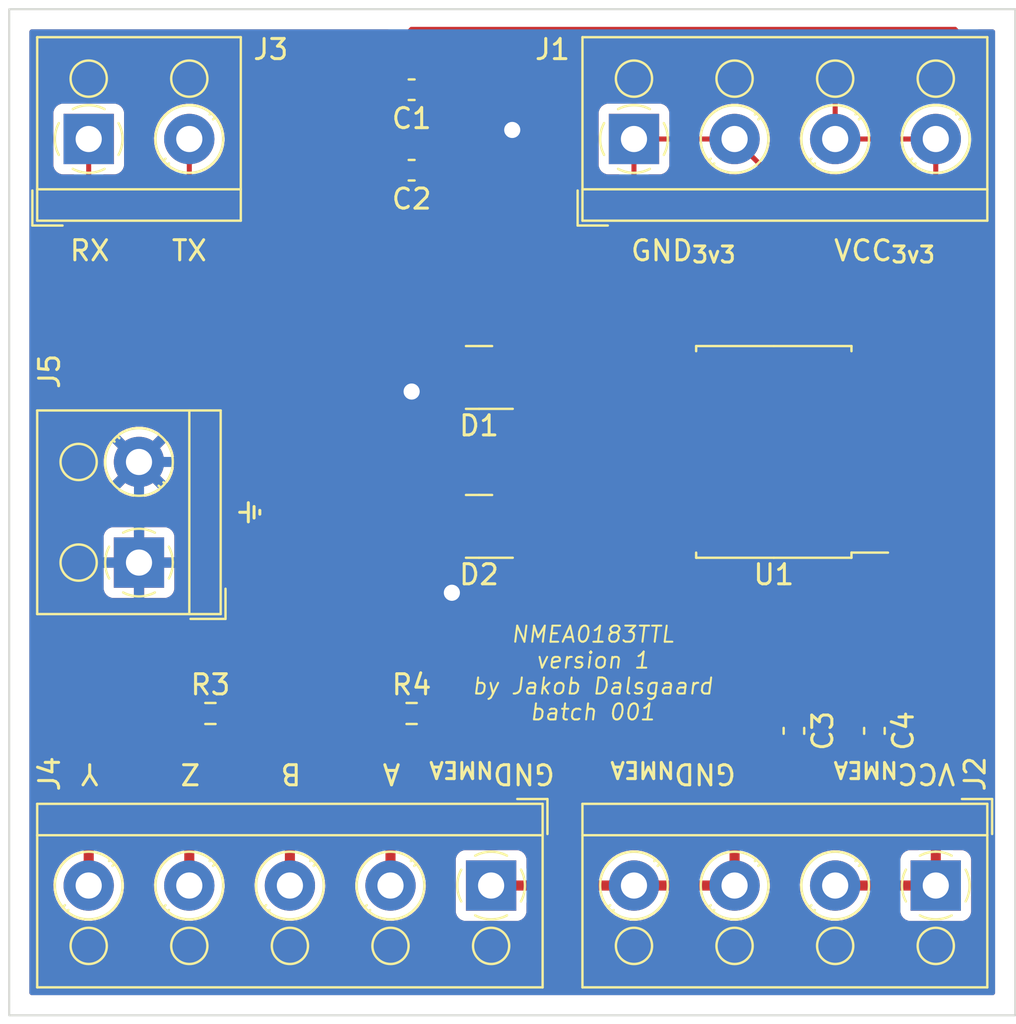
<source format=kicad_pcb>
(kicad_pcb (version 20211014) (generator pcbnew)

  (general
    (thickness 1.6)
  )

  (paper "A4")
  (layers
    (0 "F.Cu" signal)
    (31 "B.Cu" signal)
    (32 "B.Adhes" user "B.Adhesive")
    (33 "F.Adhes" user "F.Adhesive")
    (34 "B.Paste" user)
    (35 "F.Paste" user)
    (36 "B.SilkS" user "B.Silkscreen")
    (37 "F.SilkS" user "F.Silkscreen")
    (38 "B.Mask" user)
    (39 "F.Mask" user)
    (40 "Dwgs.User" user "User.Drawings")
    (41 "Cmts.User" user "User.Comments")
    (42 "Eco1.User" user "User.Eco1")
    (43 "Eco2.User" user "User.Eco2")
    (44 "Edge.Cuts" user)
    (45 "Margin" user)
    (46 "B.CrtYd" user "B.Courtyard")
    (47 "F.CrtYd" user "F.Courtyard")
    (48 "B.Fab" user)
    (49 "F.Fab" user)
    (50 "User.1" user)
    (51 "User.2" user)
    (52 "User.3" user)
    (53 "User.4" user)
    (54 "User.5" user)
    (55 "User.6" user)
    (56 "User.7" user)
    (57 "User.8" user)
    (58 "User.9" user)
  )

  (setup
    (stackup
      (layer "F.SilkS" (type "Top Silk Screen"))
      (layer "F.Paste" (type "Top Solder Paste"))
      (layer "F.Mask" (type "Top Solder Mask") (thickness 0.01))
      (layer "F.Cu" (type "copper") (thickness 0.035))
      (layer "dielectric 1" (type "core") (thickness 1.51) (material "FR4") (epsilon_r 4.5) (loss_tangent 0.02))
      (layer "B.Cu" (type "copper") (thickness 0.035))
      (layer "B.Mask" (type "Bottom Solder Mask") (thickness 0.01))
      (layer "B.Paste" (type "Bottom Solder Paste"))
      (layer "B.SilkS" (type "Bottom Silk Screen"))
      (copper_finish "None")
      (dielectric_constraints no)
    )
    (pad_to_mask_clearance 0)
    (pcbplotparams
      (layerselection 0x00010fc_ffffffff)
      (disableapertmacros false)
      (usegerberextensions false)
      (usegerberattributes true)
      (usegerberadvancedattributes true)
      (creategerberjobfile true)
      (svguseinch false)
      (svgprecision 6)
      (excludeedgelayer true)
      (plotframeref false)
      (viasonmask false)
      (mode 1)
      (useauxorigin false)
      (hpglpennumber 1)
      (hpglpenspeed 20)
      (hpglpendiameter 15.000000)
      (dxfpolygonmode true)
      (dxfimperialunits true)
      (dxfusepcbnewfont true)
      (psnegative false)
      (psa4output false)
      (plotreference true)
      (plotvalue true)
      (plotinvisibletext false)
      (sketchpadsonfab false)
      (subtractmaskfromsilk false)
      (outputformat 1)
      (mirror false)
      (drillshape 0)
      (scaleselection 1)
      (outputdirectory "/home/jda/kk/g/")
    )
  )

  (net 0 "")
  (net 1 "/vcc-rpi")
  (net 2 "/gnd-rpi")
  (net 3 "/vcc-nmea")
  (net 4 "/gnd-nmea")
  (net 5 "/y-nmea")
  (net 6 "/earth-nmea")
  (net 7 "/z-nmea")
  (net 8 "/a-nmea")
  (net 9 "/b-nmea")
  (net 10 "/rx-rpi")
  (net 11 "/tx-rpi")
  (net 12 "unconnected-(U1-Pad7)")
  (net 13 "unconnected-(U1-Pad10)")

  (footprint "Capacitor_SMD:C_0603_1608Metric_Pad1.08x0.95mm_HandSolder" (layer "F.Cu") (at 157 107.8625 -90))

  (footprint "Capacitor_SMD:C_0603_1608Metric_Pad1.08x0.95mm_HandSolder" (layer "F.Cu") (at 153 107.8625 -90))

  (footprint "Capacitor_SMD:C_0603_1608Metric_Pad1.08x0.95mm_HandSolder" (layer "F.Cu") (at 134 76 180))

  (footprint "Package_TO_SOT_SMD:SOT-23" (layer "F.Cu") (at 137.35 90.3 180))

  (footprint "TerminalBlock_RND:TerminalBlock_RND_205-00001_1x02_P5.00mm_Horizontal" (layer "F.Cu") (at 117.95 78.45))

  (footprint "Capacitor_SMD:C_0603_1608Metric_Pad1.08x0.95mm_HandSolder" (layer "F.Cu") (at 134 80 180))

  (footprint "Package_SO:SOIC-16W_7.5x10.3mm_P1.27mm" (layer "F.Cu") (at 152 94 180))

  (footprint "Resistor_SMD:R_0603_1608Metric_Pad0.98x0.95mm_HandSolder" (layer "F.Cu") (at 124 107))

  (footprint "TerminalBlock_RND:TerminalBlock_RND_205-00003_1x04_P5.00mm_Horizontal" (layer "F.Cu") (at 145.05 78.45))

  (footprint "Package_TO_SOT_SMD:SOT-23" (layer "F.Cu") (at 137.35 97.7 180))

  (footprint "TerminalBlock_RND:TerminalBlock_RND_205-00003_1x04_P5.00mm_Horizontal" (layer "F.Cu") (at 160.05 115.55 180))

  (footprint "TerminalBlock_RND:TerminalBlock_RND_205-00004_1x05_P5.00mm_Horizontal" (layer "F.Cu") (at 137.95 115.55 180))

  (footprint "Resistor_SMD:R_0603_1608Metric_Pad0.98x0.95mm_HandSolder" (layer "F.Cu") (at 134 107))

  (footprint "TerminalBlock_RND:TerminalBlock_RND_205-00001_1x02_P5.00mm_Horizontal" (layer "F.Cu") (at 120.45 99.5 90))

  (gr_rect (start 114 72) (end 164 122) (layer "Edge.Cuts") (width 0.1) (fill none) (tstamp 5cd38479-0add-4cf5-bc04-b746ee6fb435))
  (gr_text "Z" (at 123 110 180) (layer "F.SilkS") (tstamp 055db05e-ef0b-476b-984e-ff4066af4dcd)
    (effects (font (size 1 1) (thickness 0.15)))
  )
  (gr_text "RX" (at 118 84) (layer "F.SilkS") (tstamp 16b2e748-3575-4544-8b2a-bd523bc09e31)
    (effects (font (size 1 1) (thickness 0.15)))
  )
  (gr_text "GND_{3v3}" (at 147.5 84) (layer "F.SilkS") (tstamp 2d2a555a-67bd-4572-9ff1-e31867bda177)
    (effects (font (size 1 1) (thickness 0.15)))
  )
  (gr_text "GND_{NMEA}" (at 147 110 180) (layer "F.SilkS") (tstamp 62938331-990a-435b-81a4-1b970581ecc5)
    (effects (font (size 1 1) (thickness 0.15)))
  )
  (gr_text "VCC_{NMEA}" (at 158 110 180) (layer "F.SilkS") (tstamp 9730754d-4986-48ee-8bf8-dbe3d93514d8)
    (effects (font (size 1 1) (thickness 0.15)))
  )
  (gr_text "⏚" (at 126 97 90) (layer "F.SilkS") (tstamp 9ac099a5-a9ba-4a4e-8055-e18309bb41a3)
    (effects (font (size 1 1) (thickness 0.15)))
  )
  (gr_text "VCC_{3v3}" (at 157.5 84) (layer "F.SilkS") (tstamp a54f441d-59f6-42cd-95d2-83a65df87d73)
    (effects (font (size 1 1) (thickness 0.15)))
  )
  (gr_text "TX" (at 122.95 84) (layer "F.SilkS") (tstamp c95a2bab-8450-4e35-a841-cdef072b9ce7)
    (effects (font (size 1 1) (thickness 0.15)))
  )
  (gr_text "Y" (at 118 110 180) (layer "F.SilkS") (tstamp cab6e774-680c-4f6c-adf4-e9f6b8cd5898)
    (effects (font (size 1 1) (thickness 0.15)))
  )
  (gr_text "B" (at 128 110 180) (layer "F.SilkS") (tstamp cf21c7bc-dfd7-426b-8628-2988959c018b)
    (effects (font (size 1 1) (thickness 0.15)))
  )
  (gr_text "A" (at 133 110 180) (layer "F.SilkS") (tstamp daa6937e-485c-4d4c-b894-e56a0718dda4)
    (effects (font (size 1 1) (thickness 0.15)))
  )
  (gr_text "NMEA0183TTL\nversion 1\nby Jakob Dalsgaard\nbatch 001" (at 143 105) (layer "F.SilkS") (tstamp eb085ca5-eb23-45cb-85e4-b0aa094d5051)
    (effects (font (size 0.8 0.8) (thickness 0.1) italic))
  )
  (gr_text "GND_{NMEA}" (at 138 110 180) (layer "F.SilkS") (tstamp eb8f46bb-8231-4723-93fb-a3e7c8a51ec3)
    (effects (font (size 1 1) (thickness 0.15)))
  )

  (segment (start 155.05 75.05) (end 154 74) (width 0.25) (layer "F.Cu") (net 1) (tstamp 17d0311d-90db-498a-9cc4-5e3f3dfcd145))
  (segment (start 160.05 92.68) (end 160.05 78.45) (width 0.25) (layer "F.Cu") (net 1) (tstamp 23cc76dd-2ef1-4a12-87c3-2b95e105ac5c))
  (segment (start 159.555 98.445) (end 161 97) (width 0.25) (layer "F.Cu") (net 1) (tstamp 2cf958a8-ebca-4d9e-833a-61bff9ae368e))
  (segment (start 155.05 78.45) (end 155.05 75.05) (width 0.25) (layer "F.Cu") (net 1) (tstamp 55a974c2-0396-48a6-b58e-b31094abd4f8))
  (segment (start 161 95) (end 159.365 93.365) (width 0.25) (layer "F.Cu") (net 1) (tstamp 5be0c896-dbae-4289-ab4d-cadd543e0610))
  (segment (start 154 74) (end 136 74) (width 0.25) (layer "F.Cu") (net 1) (tstamp 7203130a-e800-4ca2-890b-d7e3f7e3f24f))
  (segment (start 136 74) (end 134.8625 75.1375) (width 0.25) (layer "F.Cu") (net 1) (tstamp 76dcf106-7051-423e-9ce6-4a45406f2a96))
  (segment (start 156.65 98.445) (end 159.555 98.445) (width 0.25) (layer "F.Cu") (net 1) (tstamp aeeace63-17bb-4776-994d-238691563c48))
  (segment (start 159.365 93.365) (end 160.05 92.68) (width 0.25) (layer "F.Cu") (net 1) (tstamp bba01df7-0d91-43c6-b593-187f48f1f619))
  (segment (start 160.05 78.45) (end 155.05 78.45) (width 0.25) (layer "F.Cu") (net 1) (tstamp bc478a67-6109-4cf2-955a-b9c847ef54f1))
  (segment (start 134.8625 76) (end 134.8625 80) (width 0.25) (layer "F.Cu") (net 1) (tstamp be2f166e-3fae-4733-8776-39ba31fec076))
  (segment (start 161 97) (end 161 95) (width 0.25) (layer "F.Cu") (net 1) (tstamp d266e935-be73-4150-a725-7d4e5f806e50))
  (segment (start 159.365 93.365) (end 156.65 93.365) (width 0.25) (layer "F.Cu") (net 1) (tstamp ef444f80-b8b3-48c7-8ae9-d0524619e7d3))
  (segment (start 134.8625 75.1375) (end 134.8625 76) (width 0.25) (layer "F.Cu") (net 1) (tstamp f540518d-fc1b-40cc-8159-71a56bf2b41c))
  (segment (start 134 73) (end 133.1375 73.8625) (width 0.25) (layer "F.Cu") (net 2) (tstamp 0d130d18-e213-412c-b823-0656cf4dbafb))
  (segment (start 162 74) (end 161 73) (width 0.25) (layer "F.Cu") (net 2) (tstamp 111c56b6-c414-44c3-b26f-ad630e04c137))
  (segment (start 145.05 78.45) (end 150.05 78.45) (width 0.25) (layer "F.Cu") (net 2) (tstamp 191b1750-b4f0-4659-bcfa-7f75c2dbd6b5))
  (segment (start 160 102) (end 162 100) (width 0.25) (layer "F.Cu") (net 2) (tstamp 2b3e7368-9a76-49a1-a49a-b5c5bc6585c7))
  (segment (start 162 100) (end 162 74) (width 0.25) (layer "F.Cu") (net 2) (tstamp 2bdc1936-a0e1-4ce6-95dd-1f3273bc3202))
  (segment (start 159 97) (end 158.825 97.175) (width 0.25) (layer "F.Cu") (net 2) (tstamp 318db221-d7b1-4ee7-98ac-ba71c85fb14f))
  (segment (start 154 98) (end 154 101) (width 0.25) (layer "F.Cu") (net 2) (tstamp 3280fe06-9481-4e8b-985b-b5c06a303c90))
  (segment (start 133.1375 73.8625) (end 133.1375 76) (width 0.25) (layer "F.Cu") (net 2) (tstamp 38c3dc85-3971-405f-88d8-971c0c23af7e))
  (segment (start 158.635 94.635) (end 159 95) (width 0.25) (layer "F.Cu") (net 2) (tstamp 3a0fe402-d308-4c80-8a1e-ca9a741082e3))
  (segment (start 154 101) (end 155 102) (width 0.25) (layer "F.Cu") (net 2) (tstamp 5dcbd033-99ba-4839-92b1-edd818168a07))
  (segment (start 145.05 80.95) (end 145.05 78.45) (width 0.25) (layer "F.Cu") (net 2) (tstamp 62f2e269-26a0-452e-a6a1-525caa4fd925))
  (segment (start 157 89.205) (end 156.65 89.555) (width 0.25) (layer "F.Cu") (net 2) (tstamp 6c9588be-4c8c-4ff5-86c1-58fd963f4aba))
  (segment (start 154.825 97.175) (end 154 98) (width 0.25) (layer "F.Cu") (net 2) (tstamp 72be21a3-f8bb-4efb-88bd-0d1600a3cf55))
  (segment (start 134 82) (end 144 82) (width 0.25) (layer "F.Cu") (net 2) (tstamp 7bf3871e-35f5-444f-a170-1606a1644f02))
  (segment (start 161 73) (end 134 73) (width 0.25) (layer "F.Cu") (net 2) (tstamp 812e5c9f-06a9-4cae-9892-33c5283ed773))
  (segment (start 157 85.4) (end 157 89.205) (width 0.25) (layer "F.Cu") (net 2) (tstamp 90a6363b-bf6f-46d1-9f8b-0c7b18cc8661))
  (segment (start 156.65 94.635) (end 158.635 94.635) (width 0.25) (layer "F.Cu") (net 2) (tstamp 960157e7-3ce5-4f8c-8631-8b669353f1c8))
  (segment (start 150.05 78.45) (end 157 85.4) (width 0.25) (layer "F.Cu") (net 2) (tstamp 981002e0-8661-457a-8193-eff8b0ebecda))
  (segment (start 156.65 97.175) (end 154.825 97.175) (width 0.25) (layer "F.Cu") (net 2) (tstamp 9a898826-970d-4bf3-a96e-ac8b31181354))
  (segment (start 158.825 97.175) (end 156.65 97.175) (width 0.25) (layer "F.Cu") (net 2) (tstamp b681138f-c70d-46e0-aeb7-bb15f6c6a8d5))
  (segment (start 133.1375 80) (end 133.1375 81.1375) (width 0.25) (layer "F.Cu") (net 2) (tstamp befcc4b4-2430-4411-a002-9ae600bc7249))
  (segment (start 133.1375 81.1375) (end 134 82) (width 0.25) (layer "F.Cu") (net 2) (tstamp dab49596-2ec8-472a-9ba9-35ebcfb32ca0))
  (segment (start 133.1375 76) (end 133.1375 80) (width 0.25) (layer "F.Cu") (net 2) (tstamp ed07c4de-be59-4dfd-b562-810f9fa1da56))
  (segment (start 144 82) (end 145.05 80.95) (width 0.25) (layer "F.Cu") (net 2) (tstamp ef2f58fb-c867-420f-b499-5c58ab0b5a7a))
  (segment (start 155 102) (end 160 102) (width 0.25) (layer "F.Cu") (net 2) (tstamp f54a3210-810d-4158-866f-26952602bb13))
  (segment (start 159 95) (end 159 97) (width 0.25) (layer "F.Cu") (net 2) (tstamp f8b356f3-9c04-4688-994b-c3bbd2eab526))
  (segment (start 157 107) (end 153 107) (width 0.5) (layer "F.Cu") (net 3) (tstamp 380ebcd1-49dd-4559-ab9e-02579b2659ae))
  (segment (start 147.35 101.35) (end 147.35 98.445) (width 0.5) (layer "F.Cu") (net 3) (tstamp 3a2e9fc7-f902-43c5-be03-a2a8d0c9fecc))
  (segment (start 157 107) (end 160 107) (width 0.5) (layer "F.Cu") (net 3) (tstamp 6435ffd4-4304-4c2a-ac87-6d7e9aead3e1))
  (segment (start 153 107) (end 147.35 101.35) (width 0.5) (layer "F.Cu") (net 3) (tstamp 6be3db0a-a28f-4dee-af73-5c865b8563dd))
  (segment (start 160 107) (end 160.05 107.05) (width 0.5) (layer "F.Cu") (net 3) (tstamp 8e417b72-80e3-4661-9d20-874df49b682c))
  (segment (start 160.05 115.55) (end 155.05 115.55) (width 0.5) (layer "F.Cu") (net 3) (tstamp b402aad5-12dd-485f-add9-04c3619cd9f1))
  (segment (start 160.05 107.05) (end 160.05 115.55) (width 0.5) (layer "F.Cu") (net 3) (tstamp e3f5cc8a-145b-4452-9067-7c00e5a36455))
  (segment (start 145.136396 97.136396) (end 145 97.272792) (width 0.5) (layer "F.Cu") (net 4) (tstamp 0a280b8b-581a-407c-9f53-854d8962c4bc))
  (segment (start 149.825 97.175) (end 150 97) (width 0.5) (layer "F.Cu") (net 4) (tstamp 10e34ed9-df24-45a4-adb4-7204a3ca9cc5))
  (segment (start 145.05 115.55) (end 137.95 115.55) (width 0.5) (layer "F.Cu") (net 4) (tstamp 421690e5-11fd-427f-a38c-b591381521ec))
  (segment (start 145 97.272792) (end 145 104) (width 0.5) (layer "F.Cu") (net 4) (tstamp 4f7ff9f8-c113-4a2e-8d35-d007d9a53afa))
  (segment (start 153 108.725) (end 150.05 111.675) (width 0.5) (layer "F.Cu") (net 4) (tstamp 5c4b1575-7214-4751-b5c4-5c5bc014bb44))
  (segment (start 150 97) (end 150 90) (width 0.5) (layer "F.Cu") (net 4) (tstamp 60e12d4e-563e-4f20-9d6c-32d70548320c))
  (segment (start 149.725 108.725) (end 153 108.725) (width 0.5) (layer "F.Cu") (net 4) (tstamp 6c3dce6f-895a-42f5-8f92-3cc0690884a6))
  (segment (start 147.35 97.175) (end 145.175 97.175) (width 0.5) (layer "F.Cu") (net 4) (tstamp 6d102840-e66d-47cd-9886-96353b204309))
  (segment (start 145 104) (end 149.725 108.725) (width 0.5) (layer "F.Cu") (net 4) (tstamp 722b8913-13dc-4782-9326-022193511572))
  (segment (start 147.35 97.175) (end 149.825 97.175) (width 0.5) (layer "F.Cu") (net 4) (tstamp 81ea56a1-d2af-4d34-ab21-d4ee0f2b11f8))
  (segment (start 150 90) (end 149.555 89.555) (width 0.5) (layer "F.Cu") (net 4) (tstamp 990d4ab2-e713-4736-8b30-20e3779c7b1a))
  (segment (start 150.05 115.55) (end 145.05 115.55) (width 0.5) (layer "F.Cu") (net 4) (tstamp 9cea33bf-1e21-4999-87c9-cad48dd33654))
  (segment (start 150.05 111.675) (end 150.05 115.55) (width 0.5) (layer "F.Cu") (net 4) (tstamp bf4dcbfc-5ca1-4d37-8fdf-30959b553235))
  (segment (start 157 108.725) (end 153 108.725) (width 0.5) (layer "F.Cu") (net 4) (tstamp c5907c6f-4cd7-47fe-b246-02bf08124554))
  (segment (start 149.555 89.555) (end 147.35 89.555) (width 0.5) (layer "F.Cu") (net 4) (tstamp db92d510-ef6f-4f93-9f49-8ede6d488a40))
  (segment (start 145.175 97.175) (end 145.136396 97.136396) (width 0.5) (layer "F.Cu") (net 4) (tstamp df6e9999-f2b8-4c06-9c47-c45ea6bd3621))
  (segment (start 117.95 112.1375) (end 117.95 115.55) (width 0.5) (layer "F.Cu") (net 5) (tstamp 040a2024-61d8-46b0-b0cf-567d83fed476))
  (segment (start 138.2875 89.2875) (end 136 87) (width 0.5) (layer "F.Cu") (net 5) (tstamp 6891046c-db9d-491c-9ad0-4af2253334c3))
  (segment (start 129 91) (end 129 101.0875) (width 0.5) (layer "F.Cu") (net 5) (tstamp 6ae4153e-fa25-444c-a958-622f37a9746c))
  (segment (start 133 87) (end 129 91) (width 0.5) (layer "F.Cu") (net 5) (tstamp 7f42c2b6-98e0-4344-a312-2eff005f735e))
  (segment (start 138.2875 89.35) (end 138.2875 89.2875) (width 0.5) (layer "F.Cu") (net 5) (tstamp 8a43b8d1-e7df-4b0e-aae9-b3a06f19925d))
  (segment (start 136 87) (end 133 87) (width 0.5) (layer "F.Cu") (net 5) (tstamp 97e9b50f-3b3e-402b-a046-726e0f4f9156))
  (segment (start 123.0875 107) (end 117.95 112.1375) (width 0.5) (layer "F.Cu") (net 5) (tstamp a5b37d72-4f4e-4b72-bbc3-f0800de181c7))
  (segment (start 129 101.0875) (end 123.0875 107) (width 0.5) (layer "F.Cu") (net 5) (tstamp cd06d8f9-1922-485e-9528-e59c5bb93992))
  (segment (start 141.35 89.35) (end 144.095 92.095) (width 0.5) (layer "F.Cu") (net 5) (tstamp f7c82147-dfd4-4ad1-8b1f-4d4efd10adea))
  (segment (start 144.095 92.095) (end 147.35 92.095) (width 0.5) (layer "F.Cu") (net 5) (tstamp fc5f3777-02b9-47e4-95e7-fc513db2e0e7))
  (segment (start 138.2875 89.35) (end 141.35 89.35) (width 0.5) (layer "F.Cu") (net 5) (tstamp fdd37da6-d267-4498-b8bf-2987348ce17c))
  (segment (start 136.4125 100.5875) (end 136 101) (width 0.5) (layer "F.Cu") (net 6) (tstamp 19879ba2-c266-4495-84bf-40dae995fc18))
  (segment (start 134.7 90.3) (end 134 91) (width 0.5) (layer "F.Cu") (net 6) (tstamp 5c3d94b8-4f06-46d8-b46a-56b965845616))
  (segment (start 136.4125 90.3) (end 134.7 90.3) (width 0.5) (layer "F.Cu") (net 6) (tstamp 6e3a02cb-28ec-40a4-acec-aadb2e9a0255))
  (segment (start 136.4125 97.7) (end 136.4125 100.5875) (width 0.5) (layer "F.Cu") (net 6) (tstamp 76b29403-f930-4960-8ec1-3c8955b6707b))
  (via (at 139 78) (size 1.6) (drill 0.8) (layers "F.Cu" "B.Cu") (free) (net 6) (tstamp 0436a29e-4615-46d8-bdd0-e019695b7448))
  (via (at 136 101) (size 1.6) (drill 0.8) (layers "F.Cu" "B.Cu") (net 6) (tstamp 83cc8aba-45c2-4262-b0dd-9dd4f8b5fb10))
  (via (at 134 91) (size 1.6) (drill 0.8) (layers "F.Cu" "B.Cu") (net 6) (tstamp 9592f04b-960f-4e45-b38f-c204039dc14c))
  (segment (start 120.45 94.5) (end 120.45 99.5) (width 0.5) (layer "B.Cu") (net 6) (tstamp 0f29057e-d7b8-4c87-8c6e-f98f97ce737a))
  (segment (start 130.5 94.5) (end 120.45 94.5) (width 0.5) (layer "B.Cu") (net 6) (tstamp 2866dcfe-918b-486f-b43f-40626108af10))
  (segment (start 130.5 95.5) (end 130.5 94.5) (width 0.5) (layer "B.Cu") (net 6) (tstamp 347cdd31-704a-493c-9333-b3a0018e6c50))
  (segment (start 134 91) (end 130.5 94.5) (width 0.5) (layer "B.Cu") (net 6) (tstamp 935e5dda-df6b-419b-a97d-e889c4fe9fc8))
  (segment (start 136 101) (end 130.5 95.5) (width 0.5) (layer "B.Cu") (net 6) (tstamp d987d3de-bc15-40e8-987c-77866c50ecf1))
  (segment (start 141.25 91.25) (end 143.365 93.365) (width 0.5) (layer "F.Cu") (net 7) (tstamp 0787a961-54ec-4718-a780-1e440084a34b))
  (segment (start 137 93) (end 133 93) (width 0.5) (layer "F.Cu") (net 7) (tstamp 159d652a-a9f2-4a3b-aa54-b76e3ec7da38))
  (segment (start 138.2875 91.25) (end 141.25 91.25) (width 0.5) (layer "F.Cu") (net 7) (tstamp 18babb55-be0f-4e19-9f61-f24c92cd3ce1))
  (segment (start 122.95 108.9625) (end 122.95 115.55) (width 0.5) (layer "F.Cu") (net 7) (tstamp 1c127b2a-7ecc-401b-81d2-f9df0a114ee3))
  (segment (start 138.2875 91.7125) (end 137 93) (width 0.5) (layer "F.Cu") (net 7) (tstamp 3af9bf6d-b68d-44fe-9c37-f7ea9a31b88c))
  (segment (start 131 95) (end 131 101) (width 0.5) (layer "F.Cu") (net 7) (tstamp 441ce0af-ed84-4c84-bb75-0fe8aa78afb7))
  (segment (start 124.9125 107) (end 122.95 108.9625) (width 0.5) (layer "F.Cu") (net 7) (tstamp 60f4e9fd-e13e-4870-97f4-fb8338403fde))
  (segment (start 143.365 93.365) (end 147.35 93.365) (width 0.5) (layer "F.Cu") (net 7) (tstamp 8a9d6f1a-68b6-4789-a05d-ec6eece1290b))
  (segment (start 133 93) (end 131 95) (width 0.5) (layer "F.Cu") (net 7) (tstamp 8e4f6a55-55a9-4292-8674-53fe65ff9dc7))
  (segment (start 131 101) (end 125 107) (width 0.5) (layer "F.Cu") (net 7) (tstamp b2060a89-667a-425a-bea5-606f92e02c50))
  (segment (start 125 107) (end 124.9125 107) (width 0.5) (layer "F.Cu") (net 7) (tstamp e5d24abd-8242-49f4-ad86-29b503cdade4))
  (segment (start 138.2875 91.25) (end 138.2875 91.7125) (width 0.5) (layer "F.Cu") (net 7) (tstamp fe5d5c96-586a-4b04-b0d6-04067179ff5b))
  (segment (start 142.35 98.65) (end 145.095 95.905) (width 0.5) (layer "F.Cu") (net 8) (tstamp 0cddfbf0-d6a6-4b58-8cd6-dd597e92dc7a))
  (segment (start 134.9125 107) (end 132.95 108.9625) (width 0.5) (layer "F.Cu") (net 8) (tstamp 46c93fa3-6bfd-43eb-8718-d1ed69532637))
  (segment (start 138.2875 98.65) (end 142.35 98.65) (width 0.5) (layer "F.Cu") (net 8) (tstamp 4a83c77c-c5b7-405b-b998-5416d216e664))
  (segment (start 134.9125 107) (end 138.2875 103.625) (width 0.5) (layer "F.Cu") (net 8) (tstamp 610aac0d-9752-47b2-9df8-dbc38bb8e17e))
  (segment (start 132.95 108.9625) (end 132.95 115.55) (width 0.5) (layer "F.Cu") (net 8) (tstamp 83ebfee2-e9ee-48bb-a3b2-95b8515907c1))
  (segment (start 138.2875 103.625) (end 138.2875 98.65) (width 0.5) (layer "F.Cu") (net 8) (tstamp 951a9a40-cc1e-4986-8c36-30623375a901))
  (segment (start 145.095 95.905) (end 147.35 95.905) (width 0.5) (layer "F.Cu") (net 8) (tstamp f6e7f0bd-fa41-43f0-bcd4-f137d4ba6124))
  (segment (start 138.2875 96.75) (end 138.2875 96.2875) (width 0.5) (layer "F.Cu") (net 9) (tstamp 0a80c33b-a9cc-48b2-b8e2-162db9c376ad))
  (segment (start 127.95 112.1375) (end 127.95 115.55) (width 0.5) (layer "F.Cu") (net 9) (tstamp 0b603bcd-a6f4-4de5-ab61-07daf5b92b4e))
  (segment (start 138.2875 96.2875) (end 137 95) (width 0.5) (layer "F.Cu") (net 9) (tstamp 3cce385e-6c58-4fab-a962-37a678db675c))
  (segment (start 138.2875 96.75) (end 142.25 96.75) (width 0.5) (layer "F.Cu") (net 9) (tstamp 3d590e67-9078-4140-9b89-9f510dfbe280))
  (segment (start 144.365 94.635) (end 147.35 94.635) (width 0.5) (layer "F.Cu") (net 9) (tstamp 69496451-e146-409d-a869-ac83ada91a9b))
  (segment (start 133.0875 107) (end 127.95 112.1375) (width 0.5) (layer "F.Cu") (net 9) (tstamp 70b19d14-9a6b-4647-9898-1a4c618fb9c6))
  (segment (start 133.0875 95.9125) (end 133.0875 107) (width 0.5) (layer "F.Cu") (net 9) (tstamp bbae5bab-58aa-41a9-9040-f122584137fb))
  (segment (start 134 95) (end 133.0875 95.9125) (width 0.5) (layer "F.Cu") (net 9) (tstamp d6d13dee-1135-4ef8-90ca-6e0a3b20c641))
  (segment (start 137 95) (end 134 95) (width 0.5) (layer "F.Cu") (net 9) (tstamp ec82df59-e27b-4e65-bb6d-792235a53ed3))
  (segment (start 142.25 96.75) (end 144.365 94.635) (width 0.5) (layer "F.Cu") (net 9) (tstamp f5fd0a75-5ce5-4f6a-92da-20d2bc1be7e3))
  (segment (start 120 85) (end 117.95 82.95) (width 0.25) (layer "F.Cu") (net 10) (tstamp 6d97c8f9-5e67-45a8-8e53-8a83e8ec237d))
  (segment (start 156.65 95.905) (end 154.905 95.905) (width 0.25) (layer "F.Cu") (net 10) (tstamp 7189effc-eff0-49e2-a2e2-1f1364e76793))
  (segment (start 149 85) (end 120 85) (width 0.25) (layer "F.Cu") (net 10) (tstamp 7d24c02f-8f9e-44af-b487-b64de113cf39))
  (segment (start 152 88) (end 149 85) (width 0.25) (layer "F.Cu") (net 10) (tstamp a797b1d0-f1db-4aa0-a62c-5b34fd08210f))
  (segment (start 117.95 82.95) (end 117.95 78.45) (width 0.25) (layer "F.Cu") (net 10) (tstamp ee6f004c-57c8-45d0-9768-28689ad38e83))
  (segment (start 152 93) (end 152 88) (width 0.25) (layer "F.Cu") (net 10) (tstamp f1dc8f63-f207-4358-acd0-bfdb7418eb31))
  (segment (start 154.905 95.905) (end 152 93) (width 0.25) (layer "F.Cu") (net 10) (tstamp f21009e3-8132-4eff-b6d2-53ab679087dc))
  (segment (start 153 87) (end 153 90) (width 0.25) (layer "F.Cu") (net 11) (tstamp 0d1f9ba4-07f0-400b-b474-4093ac55d614))
  (segment (start 153 90) (end 155.095 92.095) (width 0.25) (layer "F.Cu") (net 11) (tstamp 75111c8d-af7a-49d8-b393-889e6649ab45))
  (segment (start 122.95 82.95) (end 124 84) (width 0.25) (layer "F.Cu") (net 11) (tstamp 87cde579-2450-4c6a-b938-f09d7d987764))
  (segment (start 122.95 78.45) (end 122.95 82.95) (width 0.25) (layer "F.Cu") (net 11) (tstamp 87d2ffaa-f36b-4db6-a1a8-a9b5769469aa))
  (segment (start 124 84) (end 150 84) (width 0.25) (layer "F.Cu") (net 11) (tstamp a2051e1b-fc50-4c41-bd52-29ac83bef593))
  (segment (start 150 84) (end 153 87) (width 0.25) (layer "F.Cu") (net 11) (tstamp be2bc130-363c-4f51-81e9-1ee58d7f3928))
  (segment (start 155.095 92.095) (end 156.65 92.095) (width 0.25) (layer "F.Cu") (net 11) (tstamp febb6caf-ced3-4528-aaaf-cb6bb440acc9))

  (zone (net 6) (net_name "/earth-nmea") (layer "F.Cu") (tstamp 73f9937f-534d-40da-9319-ee0549cca07c) (hatch edge 0.508)
    (connect_pads (clearance 0.508))
    (min_thickness 0.254) (filled_areas_thickness no)
    (fill yes (thermal_gap 0.508) (thermal_bridge_width 0.508))
    (polygon
      (pts
        (xy 163 121)
        (xy 115 121)
        (xy 115 73)
        (xy 163 73)
      )
    )
    (filled_polygon
      (layer "F.Cu")
      (pts
        (xy 132.868026 73.020002)
        (xy 132.914519 73.073658)
        (xy 132.924623 73.143932)
        (xy 132.895129 73.208512)
        (xy 132.889 73.215095)
        (xy 132.745247 73.358848)
        (xy 132.736961 73.366388)
        (xy 132.730482 73.3705)
        (xy 132.725057 73.376277)
        (xy 132.683857 73.420151)
        (xy 132.681102 73.422993)
        (xy 132.661365 73.44273)
        (xy 132.658885 73.445927)
        (xy 132.651182 73.454947)
        (xy 132.620914 73.487179)
        (xy 132.617095 73.494125)
        (xy 132.617093 73.494128)
        (xy 132.611152 73.504934)
        (xy 132.600301 73.521453)
        (xy 132.587886 73.537459)
        (xy 132.584741 73.544728)
        (xy 132.584738 73.544732)
        (xy 132.570326 73.578037)
        (xy 132.565109 73.588687)
        (xy 132.543805 73.62744)
        (xy 132.541834 73.635115)
        (xy 132.541834 73.635116)
        (xy 132.538767 73.647062)
        (xy 132.532363 73.665766)
        (xy 132.524319 73.684355)
        (xy 132.52308 73.692178)
        (xy 132.523077 73.692188)
        (xy 132.517401 73.728024)
        (xy 132.514995 73.739644)
        (xy 132.504 73.78247)
        (xy 132.504 73.802724)
        (xy 132.502449 73.822434)
        (xy 132.49928 73.842443)
        (xy 132.500026 73.850335)
        (xy 132.503441 73.886461)
        (xy 132.504 73.898319)
        (xy 132.504 75.02136)
        (xy 132.483998 75.089481)
        (xy 132.444304 75.128503)
        (xy 132.370969 75.173884)
        (xy 132.365796 75.179066)
        (xy 132.253242 75.291816)
        (xy 132.253238 75.291821)
        (xy 132.248071 75.296997)
        (xy 132.244231 75.303227)
        (xy 132.24423 75.303228)
        (xy 132.161364 75.437662)
        (xy 132.156791 75.44508)
        (xy 132.102026 75.610191)
        (xy 132.0915 75.712928)
        (xy 132.0915 76.287072)
        (xy 132.102293 76.391093)
        (xy 132.157346 76.556107)
        (xy 132.248884 76.704031)
        (xy 132.254066 76.709204)
        (xy 132.366816 76.821758)
        (xy 132.366821 76.821762)
        (xy 132.371997 76.826929)
        (xy 132.378227 76.830769)
        (xy 132.378228 76.83077)
        (xy 132.444116 76.871384)
        (xy 132.491609 76.924156)
        (xy 132.504 76.978644)
        (xy 132.504 79.02136)
        (xy 132.483998 79.089481)
        (xy 132.444304 79.128503)
        (xy 132.370969 79.173884)
        (xy 132.365796 79.179066)
        (xy 132.253242 79.291816)
        (xy 132.253238 79.291821)
        (xy 132.248071 79.296997)
        (xy 132.244231 79.303227)
        (xy 132.24423 79.303228)
        (xy 132.161364 79.437662)
        (xy 132.156791 79.44508)
        (xy 132.102026 79.610191)
        (xy 132.0915 79.712928)
        (xy 132.0915 80.287072)
        (xy 132.102293 80.391093)
        (xy 132.157346 80.556107)
        (xy 132.248884 80.704031)
        (xy 132.254066 80.709204)
        (xy 132.366816 80.821758)
        (xy 132.366821 80.821762)
        (xy 132.371997 80.826929)
        (xy 132.378227 80.830769)
        (xy 132.378228 80.83077)
        (xy 132.444116 80.871384)
        (xy 132.491609 80.924156)
        (xy 132.504 80.978644)
        (xy 132.504 81.058733)
        (xy 132.503473 81.069916)
        (xy 132.501798 81.077409)
        (xy 132.502047 81.085335)
        (xy 132.502047 81.085336)
        (xy 132.503938 81.145486)
        (xy 132.504 81.149445)
        (xy 132.504 81.177356)
        (xy 132.504497 81.18129)
        (xy 132.504497 81.181291)
        (xy 132.504505 81.181356)
        (xy 132.505438 81.193193)
        (xy 132.506827 81.237389)
        (xy 132.512478 81.256839)
        (xy 132.516487 81.2762)
        (xy 132.519026 81.296297)
        (xy 132.521945 81.303668)
        (xy 132.521945 81.30367)
        (xy 132.535304 81.337412)
        (xy 132.539149 81.348642)
        (xy 132.551482 81.391093)
        (xy 132.555515 81.397912)
        (xy 132.555517 81.397917)
        (xy 132.561793 81.408528)
        (xy 132.570488 81.426276)
        (xy 132.577948 81.445117)
        (xy 132.58261 81.451533)
        (xy 132.58261 81.451534)
        (xy 132.603936 81.480887)
        (xy 132.610452 81.490807)
        (xy 132.632958 81.528862)
        (xy 132.647279 81.543183)
        (xy 132.660119 81.558216)
        (xy 132.672028 81.574607)
        (xy 132.678134 81.579658)
        (xy 132.706105 81.602798)
        (xy 132.714884 81.610788)
        (xy 133.496343 82.392247)
        (xy 133.503887 82.400537)
        (xy 133.508 82.407018)
        (xy 133.513777 82.412443)
        (xy 133.557667 82.453658)
        (xy 133.560509 82.456413)
        (xy 133.58023 82.476134)
        (xy 133.583425 82.478612)
        (xy 133.592447 82.486318)
        (xy 133.624679 82.516586)
        (xy 133.631628 82.520406)
        (xy 133.642432 82.526346)
        (xy 133.658956 82.537199)
        (xy 133.674959 82.549613)
        (xy 133.715543 82.567176)
        (xy 133.726173 82.572383)
        (xy 133.76494 82.593695)
        (xy 133.772617 82.595666)
        (xy 133.772622 82.595668)
        (xy 133.784558 82.598732)
        (xy 133.803266 82.605137)
        (xy 133.821855 82.613181)
        (xy 133.829683 82.614421)
        (xy 133.82969 82.614423)
        (xy 133.865524 82.620099)
        (xy 133.877144 82.622505)
        (xy 133.908959 82.630673)
        (xy 133.91997 82.6335)
        (xy 133.940224 82.6335)
        (xy 133.959934 82.635051)
        (xy 133.979943 82.63822)
        (xy 133.987835 82.637474)
        (xy 134.00658 82.635702)
        (xy 134.023962 82.634059)
        (xy 134.035819 82.6335)
        (xy 143.921233 82.6335)
        (xy 143.932416 82.634027)
        (xy 143.939909 82.635702)
        (xy 143.947835 82.635453)
        (xy 143.947836 82.635453)
        (xy 144.007986 82.633562)
        (xy 144.011945 82.6335)
        (xy 144.039856 82.6335)
        (xy 144.043791 82.633003)
        (xy 144.043856 82.632995)
        (xy 144.055693 82.632062)
        (xy 144.087951 82.631048)
        (xy 144.09197 82.630922)
        (xy 144.099889 82.630673)
        (xy 144.119343 82.625021)
        (xy 144.1387 82.621013)
        (xy 144.15093 82.619468)
        (xy 144.150931 82.619468)
        (xy 144.158797 82.618474)
        (xy 144.166168 82.615555)
        (xy 144.16617 82.615555)
        (xy 144.199912 82.602196)
        (xy 144.211142 82.598351)
        (xy 144.245983 82.588229)
        (xy 144.245984 82.588229)
        (xy 144.253593 82.586018)
        (xy 144.260412 82.581985)
        (xy 144.260417 82.581983)
        (xy 144.271028 82.575707)
        (xy 144.288776 82.567012)
        (xy 144.307617 82.559552)
        (xy 144.327987 82.544753)
        (xy 144.343387 82.533564)
        (xy 144.353307 82.527048)
        (xy 144.384535 82.50858)
        (xy 144.384538 82.508578)
        (xy 144.391362 82.504542)
        (xy 144.405683 82.490221)
        (xy 144.420717 82.47738)
        (xy 144.422432 82.476134)
        (xy 144.437107 82.465472)
        (xy 144.465298 82.431395)
        (xy 144.473288 82.422616)
        (xy 145.442247 81.453657)
        (xy 145.450537 81.446113)
        (xy 145.457018 81.442)
        (xy 145.503659 81.392332)
        (xy 145.506413 81.389491)
        (xy 145.526134 81.36977)
        (xy 145.528612 81.366575)
        (xy 145.536318 81.357553)
        (xy 145.561158 81.331101)
        (xy 145.566586 81.325321)
        (xy 145.576346 81.307568)
        (xy 145.587199 81.291045)
        (xy 145.594753 81.281306)
        (xy 145.599613 81.275041)
        (xy 145.617176 81.234457)
        (xy 145.622383 81.223827)
        (xy 145.643695 81.18506)
        (xy 145.645666 81.177383)
        (xy 145.645668 81.177378)
        (xy 145.648732 81.165442)
        (xy 145.655138 81.14673)
        (xy 145.655677 81.145486)
        (xy 145.663181 81.128145)
        (xy 145.664421 81.120317)
        (xy 145.664423 81.12031)
        (xy 145.670099 81.084476)
        (xy 145.672505 81.072856)
        (xy 145.681528 81.037711)
        (xy 145.681528 81.03771)
        (xy 145.6835 81.03003)
        (xy 145.6835 81.009776)
        (xy 145.685051 80.990065)
        (xy 145.68698 80.977886)
        (xy 145.68822 80.970057)
        (xy 145.684059 80.926038)
        (xy 145.6835 80.914181)
        (xy 145.6835 80.3345)
        (xy 145.703502 80.266379)
        (xy 145.757158 80.219886)
        (xy 145.8095 80.2085)
        (xy 146.348134 80.2085)
        (xy 146.410316 80.201745)
        (xy 146.546705 80.150615)
        (xy 146.663261 80.063261)
        (xy 146.750615 79.946705)
        (xy 146.801745 79.810316)
        (xy 146.8085 79.748134)
        (xy 146.8085 79.2095)
        (xy 146.828502 79.141379)
        (xy 146.882158 79.094886)
        (xy 146.9345 79.0835)
        (xy 148.32032 79.0835)
        (xy 148.388441 79.103502)
        (xy 148.434934 79.157158)
        (xy 148.435517 79.158592)
        (xy 148.435545 79.15858)
        (xy 148.437443 79.162843)
        (xy 148.439026 79.167252)
        (xy 148.447581 79.183174)
        (xy 148.505753 79.291437)
        (xy 148.562737 79.397491)
        (xy 148.565532 79.401234)
        (xy 148.565534 79.401237)
        (xy 148.71633 79.603177)
        (xy 148.716335 79.603183)
        (xy 148.719122 79.606915)
        (xy 148.722427 79.610191)
        (xy 148.722436 79.610201)
        (xy 148.900244 79.786463)
        (xy 148.904743 79.790923)
        (xy 148.908505 79.793681)
        (xy 148.908508 79.793684)
        (xy 149.069024 79.911379)
        (xy 149.115524 79.945474)
        (xy 149.119667 79.947654)
        (xy 149.119669 79.947655)
        (xy 149.342684 80.064989)
        (xy 149.342689 80.064991)
        (xy 149.346834 80.067172)
        (xy 149.59359 80.153344)
        (xy 149.598183 80.154216)
        (xy 149.845785 80.201224)
        (xy 149.845788 80.201224)
        (xy 149.850374 80.202095)
        (xy 149.980958 80.207226)
        (xy 150.106875 80.212174)
        (xy 150.106881 80.212174)
        (xy 150.111543 80.212357)
        (xy 150.200651 80.202598)
        (xy 150.366707 80.184412)
        (xy 150.366712 80.184411)
        (xy 150.37136 80.183902)
        (xy 150.375884 80.182711)
        (xy 150.61959 80.118549)
        (xy 150.619592 80.118548)
        (xy 150.624117 80.117357)
        (xy 150.683698 80.091759)
        (xy 150.754179 80.083247)
        (xy 150.822528 80.118432)
        (xy 156.329595 85.625499)
        (xy 156.363621 85.687811)
        (xy 156.3665 85.714594)
        (xy 156.3665 88.6205)
        (xy 156.346498 88.688621)
        (xy 156.292842 88.735114)
        (xy 156.2405 88.7465)
        (xy 155.708498 88.7465)
        (xy 155.70605 88.746693)
        (xy 155.706042 88.746693)
        (xy 155.677579 88.748933)
        (xy 155.677574 88.748934)
        (xy 155.671169 88.749438)
        (xy 155.575655 88.777187)
        (xy 155.519012 88.793643)
        (xy 155.51901 88.793644)
        (xy 155.511399 88.795855)
        (xy 155.504572 88.799892)
        (xy 155.504573 88.799892)
        (xy 155.37502 88.876509)
        (xy 155.375017 88.876511)
        (xy 155.368193 88.880547)
        (xy 155.250547 88.998193)
        (xy 155.246511 89.005017)
        (xy 155.246509 89.00502)
        (xy 155.210393 89.066089)
        (xy 155.165855 89.141399)
        (xy 155.119438 89.301169)
        (xy 155.1165 89.338498)
        (xy 155.1165 89.771502)
        (xy 155.119438 89.808831)
        (xy 155.165855 89.968601)
        (xy 155.250547 90.111807)
        (xy 155.253229 90.114489)
        (xy 155.278502 90.178861)
        (xy 155.2646 90.248484)
        (xy 155.254428 90.264312)
        (xy 155.250547 90.268193)
        (xy 155.165855 90.411399)
        (xy 155.119438 90.571169)
        (xy 155.118934 90.577574)
        (xy 155.118933 90.577579)
        (xy 155.11727 90.598716)
        (xy 155.1165 90.608498)
        (xy 155.1165 90.916405)
        (xy 155.096498 90.984526)
        (xy 155.042842 91.031019)
        (xy 154.972568 91.041123)
        (xy 154.907988 91.011629)
        (xy 154.901405 91.0055)
        (xy 153.670405 89.7745)
        (xy 153.636379 89.712188)
        (xy 153.6335 89.685405)
        (xy 153.6335 87.078768)
        (xy 153.634027 87.067585)
        (xy 153.635702 87.060092)
        (xy 153.633562 86.992001)
        (xy 153.6335 86.988044)
        (xy 153.6335 86.960144)
        (xy 153.632996 86.956153)
        (xy 153.632063 86.944311)
        (xy 153.630923 86.908036)
        (xy 153.630674 86.900111)
        (xy 153.625021 86.880652)
        (xy 153.621012 86.861293)
        (xy 153.620846 86.859983)
        (xy 153.618474 86.841203)
        (xy 153.615558 86.833837)
        (xy 153.615556 86.833831)
        (xy 153.6022 86.800098)
        (xy 153.598355 86.788868)
        (xy 153.58823 86.754017)
        (xy 153.58823 86.754016)
        (xy 153.586019 86.746407)
        (xy 153.575705 86.728966)
        (xy 153.567008 86.711213)
        (xy 153.562472 86.699758)
        (xy 153.559552 86.692383)
        (xy 153.533563 86.656612)
        (xy 153.527047 86.646692)
        (xy 153.508578 86.615463)
        (xy 153.504542 86.608638)
        (xy 153.490221 86.594317)
        (xy 153.47738 86.579283)
        (xy 153.470131 86.569306)
        (xy 153.465472 86.562893)
        (xy 153.431395 86.534702)
        (xy 153.422616 86.526712)
        (xy 150.503652 83.607747)
        (xy 150.496112 83.599461)
        (xy 150.492 83.592982)
        (xy 150.442348 83.546356)
        (xy 150.439507 83.543602)
        (xy 150.41977 83.523865)
        (xy 150.416573 83.521385)
        (xy 150.407551 83.51368)
        (xy 150.3811 83.488841)
        (xy 150.375321 83.483414)
        (xy 150.368375 83.479595)
        (xy 150.368372 83.479593)
        (xy 150.357566 83.473652)
        (xy 150.341047 83.462801)
        (xy 150.340583 83.462441)
        (xy 150.325041 83.450386)
        (xy 150.317772 83.447241)
        (xy 150.317768 83.447238)
        (xy 150.284463 83.432826)
        (xy 150.273813 83.427609)
        (xy 150.23506 83.406305)
        (xy 150.215437 83.401267)
        (xy 150.196734 83.394863)
        (xy 150.18542 83.389967)
        (xy 150.185419 83.389967)
        (xy 150.178145 83.386819)
        (xy 150.170322 83.38558)
        (xy 150.170312 83.385577)
        (xy 150.134476 83.379901)
        (xy 150.122856 83.377495)
        (xy 150.087711 83.368472)
        (xy 150.08771 83.368472)
        (xy 150.08003 83.3665)
        (xy 150.059776 83.3665)
        (xy 150.040065 83.364949)
        (xy 150.027886 83.36302)
        (xy 150.020057 83.36178)
        (xy 150.012165 83.362526)
        (xy 149.976039 83.365941)
        (xy 149.964181 83.3665)
        (xy 124.314595 83.3665)
        (xy 124.246474 83.346498)
        (xy 124.2255 83.329595)
        (xy 123.620405 82.7245)
        (xy 123.586379 82.662188)
        (xy 123.5835 82.635405)
        (xy 123.5835 80.174847)
        (xy 123.603502 80.106726)
        (xy 123.659762 80.059079)
        (xy 123.759972 80.016025)
        (xy 123.764262 80.014182)
        (xy 123.986519 79.876646)
        (xy 123.990082 79.873629)
        (xy 123.990087 79.873626)
        (xy 124.182439 79.710787)
        (xy 124.18244 79.710786)
        (xy 124.186005 79.707768)
        (xy 124.278438 79.602369)
        (xy 124.355257 79.514774)
        (xy 124.355261 79.514769)
        (xy 124.358339 79.511259)
        (xy 124.499733 79.291437)
        (xy 124.607083 79.053129)
        (xy 124.67803 78.801572)
        (xy 124.694832 78.669496)
        (xy 124.710616 78.545421)
        (xy 124.710616 78.545417)
        (xy 124.711014 78.542291)
        (xy 124.713431 78.45)
        (xy 124.694061 78.189348)
        (xy 124.682725 78.139248)
        (xy 124.637408 77.93898)
        (xy 124.636377 77.934423)
        (xy 124.59052 77.8165)
        (xy 124.54334 77.695176)
        (xy 124.543339 77.695173)
        (xy 124.541647 77.690823)
        (xy 124.411951 77.463902)
        (xy 124.250138 77.258643)
        (xy 124.059763 77.079557)
        (xy 123.845009 76.930576)
        (xy 123.831991 76.924156)
        (xy 123.614781 76.81704)
        (xy 123.614778 76.817039)
        (xy 123.610593 76.814975)
        (xy 123.564449 76.800204)
        (xy 123.366123 76.73672)
        (xy 123.361665 76.735293)
        (xy 123.103693 76.693279)
        (xy 122.989942 76.69179)
        (xy 122.847022 76.689919)
        (xy 122.847019 76.689919)
        (xy 122.842345 76.689858)
        (xy 122.583362 76.725104)
        (xy 122.332433 76.798243)
        (xy 122.32818 76.800203)
        (xy 122.328179 76.800204)
        (xy 122.293071 76.816389)
        (xy 122.095072 76.907668)
        (xy 122.056067 76.933241)
        (xy 121.880404 77.04841)
        (xy 121.880399 77.048414)
        (xy 121.876491 77.050976)
        (xy 121.681494 77.225018)
        (xy 121.514363 77.42597)
        (xy 121.378771 77.649419)
        (xy 121.277697 77.890455)
        (xy 121.213359 78.143783)
        (xy 121.187173 78.403839)
        (xy 121.199713 78.664908)
        (xy 121.250704 78.921256)
        (xy 121.339026 79.167252)
        (xy 121.347581 79.183174)
        (xy 121.405753 79.291437)
        (xy 121.462737 79.397491)
        (xy 121.465532 79.401234)
        (xy 121.465534 79.401237)
        (xy 121.61633 79.603177)
        (xy 121.616335 79.603183)
        (xy 121.619122 79.606915)
        (xy 121.622427 79.610191)
        (xy 121.622436 79.610201)
        (xy 121.800244 79.786463)
        (xy 121.804743 79.790923)
        (xy 121.808505 79.793681)
        (xy 121.808508 79.793684)
        (xy 121.969024 79.911379)
        (xy 122.015524 79.945474)
        (xy 122.019667 79.947654)
        (xy 122.019669 79.947655)
        (xy 122.246834 80.067172)
        (xy 122.246084 80.068598)
        (xy 122.295252 80.109674)
        (xy 122.3165 80.179695)
        (xy 122.3165 82.871233)
        (xy 122.315973 82.882416)
        (xy 122.314298 82.889909)
        (xy 122.314547 82.897835)
        (xy 122.314547 82.897836)
        (xy 122.316438 82.957986)
        (xy 122.3165 82.961945)
        (xy 122.3165 82.989856)
        (xy 122.316997 82.99379)
        (xy 122.316997 82.993791)
        (xy 122.317005 82.993856)
        (xy 122.317938 83.005693)
        (xy 122.319327 83.049889)
        (xy 122.324978 83.069339)
        (xy 122.328987 83.0887)
        (xy 122.331526 83.108797)
        (xy 122.334445 83.116168)
        (xy 122.334445 83.11617)
        (xy 122.347804 83.149912)
        (xy 122.351649 83.161142)
        (xy 122.363982 83.203593)
        (xy 122.368015 83.210412)
        (xy 122.368017 83.210417)
        (xy 122.374293 83.221028)
        (xy 122.382988 83.238776)
        (xy 122.390448 83.257617)
        (xy 122.39511 83.264033)
        (xy 122.39511 83.264034)
        (xy 122.416436 83.293387)
        (xy 122.422952 83.303307)
        (xy 122.445458 83.341362)
        (xy 122.459779 83.355683)
        (xy 122.472619 83.370716)
        (xy 122.484528 83.387107)
        (xy 122.512347 83.410121)
        (xy 122.518605 83.415298)
        (xy 122.527384 83.423288)
        (xy 123.255501 84.151405)
        (xy 123.289527 84.213717)
        (xy 123.284462 84.284532)
        (xy 123.241915 84.341368)
        (xy 123.175395 84.366179)
        (xy 123.166406 84.3665)
        (xy 120.314594 84.3665)
        (xy 120.246473 84.346498)
        (xy 120.225499 84.329595)
        (xy 118.620405 82.7245)
        (xy 118.586379 82.662188)
        (xy 118.5835 82.635405)
        (xy 118.5835 80.3345)
        (xy 118.603502 80.266379)
        (xy 118.657158 80.219886)
        (xy 118.7095 80.2085)
        (xy 119.248134 80.2085)
        (xy 119.310316 80.201745)
        (xy 119.446705 80.150615)
        (xy 119.563261 80.063261)
        (xy 119.650615 79.946705)
        (xy 119.701745 79.810316)
        (xy 119.7085 79.748134)
        (xy 119.7085 77.151866)
        (xy 119.701745 77.089684)
        (xy 119.650615 76.953295)
        (xy 119.563261 76.836739)
        (xy 119.446705 76.749385)
        (xy 119.310316 76.698255)
        (xy 119.248134 76.6915)
        (xy 116.651866 76.6915)
        (xy 116.589684 76.698255)
        (xy 116.453295 76.749385)
        (xy 116.336739 76.836739)
        (xy 116.249385 76.953295)
        (xy 116.198255 77.089684)
        (xy 116.1915 77.151866)
        (xy 116.1915 79.748134)
        (xy 116.198255 79.810316)
        (xy 116.249385 79.946705)
        (xy 116.336739 80.063261)
        (xy 116.453295 80.150615)
        (xy 116.589684 80.201745)
        (xy 116.651866 80.2085)
        (xy 117.1905 80.2085)
        (xy 117.258621 80.228502)
        (xy 117.305114 80.282158)
        (xy 117.3165 80.3345)
        (xy 117.3165 82.871233)
        (xy 117.315973 82.882416)
        (xy 117.314298 82.889909)
        (xy 117.314547 82.897835)
        (xy 117.314547 82.897836)
        (xy 117.316438 82.957986)
        (xy 117.3165 82.961945)
        (xy 117.3165 82.989856)
        (xy 117.316997 82.99379)
        (xy 117.316997 82.993791)
        (xy 117.317005 82.993856)
        (xy 117.317938 83.005693)
        (xy 117.319327 83.049889)
        (xy 117.324978 83.069339)
        (xy 117.328987 83.0887)
        (xy 117.331526 83.108797)
        (xy 117.334445 83.116168)
        (xy 117.334445 83.11617)
        (xy 117.347804 83.149912)
        (xy 117.351649 83.161142)
        (xy 117.363982 83.203593)
        (xy 117.368015 83.210412)
        (xy 117.368017 83.210417)
        (xy 117.374293 83.221028)
        (xy 117.382988 83.238776)
        (xy 117.390448 83.257617)
        (xy 117.39511 83.264033)
        (xy 117.39511 83.264034)
        (xy 117.416436 83.293387)
        (xy 117.422952 83.303307)
        (xy 117.445458 83.341362)
        (xy 117.459779 83.355683)
        (xy 117.472619 83.370716)
        (xy 117.484528 83.387107)
        (xy 117.512347 83.410121)
        (xy 117.518605 83.415298)
        (xy 117.527384 83.423288)
        (xy 119.496348 85.392253)
        (xy 119.503888 85.400539)
        (xy 119.508 85.407018)
        (xy 119.513777 85.412443)
        (xy 119.557651 85.453643)
        (xy 119.560493 85.456398)
        (xy 119.58023 85.476135)
        (xy 119.583427 85.478615)
        (xy 119.592447 85.486318)
        (xy 119.624679 85.516586)
        (xy 119.631625 85.520405)
        (xy 119.631628 85.520407)
        (xy 119.642434 85.526348)
        (xy 119.658953 85.537199)
        (xy 119.674959 85.549614)
        (xy 119.682228 85.552759)
        (xy 119.682232 85.552762)
        (xy 119.715537 85.567174)
        (xy 119.726187 85.572391)
        (xy 119.76494 85.593695)
        (xy 119.772615 85.595666)
        (xy 119.772616 85.595666)
        (xy 119.784562 85.598733)
        (xy 119.803267 85.605137)
        (xy 119.821855 85.613181)
        (xy 119.829678 85.61442)
        (xy 119.829688 85.614423)
        (xy 119.865524 85.620099)
        (xy 119.877144 85.622505)
        (xy 119.912289 85.631528)
        (xy 119.91997 85.6335)
        (xy 119.940224 85.6335)
        (xy 119.959934 85.635051)
        (xy 119.979943 85.63822)
        (xy 119.987835 85.637474)
        (xy 120.023961 85.634059)
        (xy 120.035819 85.6335)
        (xy 148.685406 85.6335)
        (xy 148.753527 85.653502)
        (xy 148.774501 85.670405)
        (xy 151.329595 88.225499)
        (xy 151.363621 88.287811)
        (xy 151.3665 88.314594)
        (xy 151.3665 92.921233)
        (xy 151.365973 92.932416)
        (xy 151.364298 92.939909)
        (xy 151.364547 92.947835)
        (xy 151.364547 92.947836)
        (xy 151.366438 93.007986)
        (xy 151.3665 93.011945)
        (xy 151.3665 93.039856)
        (xy 151.366997 93.04379)
        (xy 151.366997 93.043791)
        (xy 151.367005 93.043856)
        (xy 151.367938 93.055699)
        (xy 151.369038 93.090681)
        (xy 151.369327 93.099889)
        (xy 151.374978 93.119339)
        (xy 151.378987 93.1387)
        (xy 151.381526 93.158797)
        (xy 151.384445 93.166168)
        (xy 151.384445 93.16617)
        (xy 151.397804 93.199912)
        (xy 151.401649 93.211142)
        (xy 151.413982 93.253593)
        (xy 151.418015 93.260412)
        (xy 151.418017 93.260417)
        (xy 151.424293 93.271028)
        (xy 151.432988 93.288776)
        (xy 151.440448 93.307617)
        (xy 151.44511 93.314033)
        (xy 151.44511 93.314034)
        (xy 151.466436 93.343387)
        (xy 151.472952 93.353307)
        (xy 151.495458 93.391362)
        (xy 151.509779 93.405683)
        (xy 151.522619 93.420716)
        (xy 151.534528 93.437107)
        (xy 151.562843 93.460531)
        (xy 151.568605 93.465298)
        (xy 151.577384 93.473288)
        (xy 154.401343 96.297247)
        (xy 154.408887 96.305537)
        (xy 154.413 96.312018)
        (xy 154.418777 96.317443)
        (xy 154.462667 96.358658)
        (xy 154.465509 96.361413)
        (xy 154.48523 96.381134)
        (xy 154.488425 96.383612)
        (xy 154.497447 96.391318)
        (xy 154.529679 96.421586)
        (xy 154.527319 96.424099)
        (xy 154.561057 96.468254)
        (xy 154.566819 96.539016)
        (xy 154.53341 96.601661)
        (xy 154.516624 96.614405)
        (xy 154.517382 96.615449)
        (xy 154.481625 96.641427)
        (xy 154.471707 96.647943)
        (xy 154.453019 96.658995)
        (xy 154.433637 96.670458)
        (xy 154.419313 96.684782)
        (xy 154.404281 96.697621)
        (xy 154.387893 96.709528)
        (xy 154.364673 96.737596)
        (xy 154.359712 96.743593)
        (xy 154.351722 96.752373)
        (xy 153.607747 97.496348)
        (xy 153.599461 97.503888)
        (xy 153.592982 97.508)
        (xy 153.587557 97.513777)
        (xy 153.546357 97.557651)
        (xy 153.543602 97.560493)
        (xy 153.523865 97.58023)
        (xy 153.521385 97.583427)
        (xy 153.513682 97.592447)
        (xy 153.483414 97.624679)
        (xy 153.479595 97.631625)
        (xy 153.479593 97.631628)
        (xy 153.473652 97.642434)
        (xy 153.462801 97.658953)
        (xy 153.450386 97.674959)
        (xy 153.447241 97.682228)
        (xy 153.447238 97.682232)
        (xy 153.432826 97.715537)
        (xy 153.427609 97.726187)
        (xy 153.406305 97.76494)
        (xy 153.404334 97.772615)
        (xy 153.404334 97.772616)
        (xy 153.401267 97.784562)
        (xy 153.394863 97.803266)
        (xy 153.39314 97.807249)
        (xy 153.386819 97.821855)
        (xy 153.38558 97.829678)
        (xy 153.385577 97.829688)
        (xy 153.379901 97.865524)
        (xy 153.377495 97.877144)
        (xy 153.368472 97.912289)
        (xy 153.3665 97.91997)
        (xy 153.3665 97.940224)
        (xy 153.364949 97.959934)
        (xy 153.36178 97.979943)
        (xy 153.362526 97.987835)
        (xy 153.365941 98.023961)
        (xy 153.3665 98.035819)
        (xy 153.3665 100.921233)
        (xy 153.365973 100.932416)
        (xy 153.364298 100.939909)
        (xy 153.364547 100.947835)
        (xy 153.364547 100.947836)
        (xy 153.366438 101.007986)
        (xy 153.3665 101.011945)
        (xy 153.3665 101.039856)
        (xy 153.366997 101.04379)
        (xy 153.366997 101.043791)
        (xy 153.367005 101.043856)
        (xy 153.367938 101.055693)
        (xy 153.369327 101.099889)
        (xy 153.374978 101.119339)
        (xy 153.378987 101.1387)
        (xy 153.381526 101.158797)
        (xy 153.384445 101.166168)
        (xy 153.384445 101.16617)
        (xy 153.397804 101.199912)
        (xy 153.401649 101.211142)
        (xy 153.413982 101.253593)
        (xy 153.418015 101.260412)
        (xy 153.418017 101.260417)
        (xy 153.424293 101.271028)
        (xy 153.432988 101.288776)
        (xy 153.440448 101.307617)
        (xy 153.44511 101.314033)
        (xy 153.44511 101.314034)
        (xy 153.466436 101.343387)
        (xy 153.472952 101.353307)
        (xy 153.489401 101.38112)
        (xy 153.495458 101.391362)
        (xy 153.509779 101.405683)
        (xy 153.522619 101.420716)
        (xy 153.534528 101.437107)
        (xy 153.540634 101.442158)
        (xy 153.568605 101.465298)
        (xy 153.577384 101.473288)
        (xy 154.496343 102.392247)
        (xy 154.503887 102.400537)
        (xy 154.508 102.407018)
        (xy 154.513777 102.412443)
        (xy 154.557667 102.453658)
        (xy 154.560509 102.456413)
        (xy 154.580231 102.476135)
        (xy 154.583355 102.478558)
        (xy 154.583359 102.478562)
        (xy 154.583424 102.478612)
        (xy 154.592445 102.486317)
        (xy 154.624679 102.516586)
        (xy 154.631627 102.520405)
        (xy 154.631629 102.520407)
        (xy 154.642432 102.526346)
        (xy 154.658959 102.537202)
        (xy 154.668698 102.544757)
        (xy 154.6687 102.544758)
        (xy 154.67496 102.549614)
        (xy 154.71554 102.567174)
        (xy 154.726188 102.572391)
        (xy 154.750976 102.586018)
        (xy 154.76494 102.593695)
        (xy 154.772616 102.595666)
        (xy 154.772619 102.595667)
        (xy 154.784562 102.598733)
        (xy 154.803267 102.605137)
        (xy 154.821855 102.613181)
        (xy 154.829678 102.61442)
        (xy 154.829688 102.614423)
        (xy 154.865524 102.620099)
        (xy 154.877144 102.622505)
        (xy 154.908959 102.630673)
        (xy 154.91997 102.6335)
        (xy 154.940224 102.6335)
        (xy 154.959934 102.635051)
        (xy 154.979943 102.63822)
        (xy 154.987835 102.637474)
        (xy 155.00658 102.635702)
        (xy 155.023962 102.634059)
        (xy 155.035819 102.6335)
        (xy 159.921233 102.6335)
        (xy 159.932416 102.634027)
        (xy 159.939909 102.635702)
        (xy 159.947835 102.635453)
        (xy 159.947836 102.635453)
        (xy 160.007986 102.633562)
        (xy 160.011945 102.6335)
        (xy 160.039856 102.6335)
        (xy 160.043791 102.633003)
        (xy 160.043856 102.632995)
        (xy 160.055693 102.632062)
        (xy 160.087951 102.631048)
        (xy 160.09197 102.630922)
        (xy 160.099889 102.630673)
        (xy 160.119343 102.625021)
        (xy 160.1387 102.621013)
        (xy 160.15093 102.619468)
        (xy 160.150931 102.619468)
        (xy 160.158797 102.618474)
        (xy 160.166168 102.615555)
        (xy 160.16617 102.615555)
        (xy 160.199912 102.602196)
        (xy 160.211142 102.598351)
        (xy 160.245983 102.588229)
        (xy 160.245984 102.588229)
        (xy 160.253593 102.586018)
        (xy 160.260412 102.581985)
        (xy 160.260417 102.581983)
        (xy 160.271028 102.575707)
        (xy 160.288776 102.567012)
        (xy 160.307617 102.559552)
        (xy 160.343387 102.533564)
        (xy 160.353307 102.527048)
        (xy 160.384535 102.50858)
        (xy 160.384538 102.508578)
        (xy 160.391362 102.504542)
        (xy 160.405683 102.490221)
        (xy 160.420717 102.47738)
        (xy 160.422431 102.476135)
        (xy 160.437107 102.465472)
        (xy 160.465298 102.431395)
        (xy 160.473288 102.422616)
        (xy 162.392253 100.503652)
        (xy 162.400539 100.496112)
        (xy 162.407018 100.492)
        (xy 162.453644 100.442348)
        (xy 162.456398 100.439507)
        (xy 162.476135 100.41977)
        (xy 162.478615 100.416573)
        (xy 162.48632 100.407551)
        (xy 162.511159 100.3811)
        (xy 162.516586 100.375321)
        (xy 162.520405 100.368375)
        (xy 162.520407 100.368372)
        (xy 162.526348 100.357566)
        (xy 162.537199 100.341047)
        (xy 162.544758 100.331301)
        (xy 162.549614 100.325041)
        (xy 162.552759 100.317772)
        (xy 162.552762 100.317768)
        (xy 162.567174 100.284463)
        (xy 162.572391 100.273813)
        (xy 162.593695 100.23506)
        (xy 162.598733 100.215437)
        (xy 162.605137 100.196734)
        (xy 162.610033 100.18542)
        (xy 162.610033 100.185419)
        (xy 162.613181 100.178145)
        (xy 162.61442 100.170322)
        (xy 162.614423 100.170312)
        (xy 162.620099 100.134476)
        (xy 162.622505 100.122856)
        (xy 162.631528 100.087711)
        (xy 162.631528 100.08771)
        (xy 162.6335 100.08003)
        (xy 162.6335 100.059776)
        (xy 162.635051 100.040065)
        (xy 162.63698 100.027886)
        (xy 162.63822 100.020057)
        (xy 162.634059 99.976038)
        (xy 162.6335 99.964181)
        (xy 162.6335 74.078768)
        (xy 162.634027 74.067585)
        (xy 162.635702 74.060092)
        (xy 162.633562 73.992001)
        (xy 162.6335 73.988044)
        (xy 162.6335 73.960144)
        (xy 162.632996 73.956153)
        (xy 162.632063 73.944311)
        (xy 162.630923 73.908036)
        (xy 162.630674 73.900111)
        (xy 162.628461 73.892493)
        (xy 162.625021 73.880652)
        (xy 162.621012 73.861293)
        (xy 162.620846 73.859983)
        (xy 162.618474 73.841203)
        (xy 162.615558 73.833837)
        (xy 162.615556 73.833831)
        (xy 162.6022 73.800098)
        (xy 162.598355 73.788868)
        (xy 162.58823 73.754017)
        (xy 162.58823 73.754016)
        (xy 162.586019 73.746407)
        (xy 162.575705 73.728966)
        (xy 162.567008 73.711213)
        (xy 162.562472 73.699758)
        (xy 162.559552 73.692383)
        (xy 162.540214 73.665766)
        (xy 162.533563 73.656612)
        (xy 162.527047 73.646692)
        (xy 162.519245 73.6335)
        (xy 162.504542 73.608638)
        (xy 162.490221 73.594317)
        (xy 162.47738 73.579283)
        (xy 162.470131 73.569306)
        (xy 162.465472 73.562893)
        (xy 162.459368 73.557843)
        (xy 162.459363 73.557838)
        (xy 162.431402 73.534707)
        (xy 162.422621 73.526717)
        (xy 162.111 73.215095)
        (xy 162.076975 73.152783)
        (xy 162.08204 73.081967)
        (xy 162.124587 73.025132)
        (xy 162.191107 73.000321)
        (xy 162.200096 73)
        (xy 162.874 73)
        (xy 162.942121 73.020002)
        (xy 162.988614 73.073658)
        (xy 163 73.126)
        (xy 163 120.874)
        (xy 162.979998 120.942121)
        (xy 162.926342 120.988614)
        (xy 162.874 121)
        (xy 115.126 121)
        (xy 115.057879 120.979998)
        (xy 115.011386 120.926342)
        (xy 115 120.874)
        (xy 115 115.503839)
        (xy 116.187173 115.503839)
        (xy 116.199713 115.764908)
        (xy 116.250704 116.021256)
        (xy 116.339026 116.267252)
        (xy 116.341242 116.271376)
        (xy 116.460523 116.49337)
        (xy 116.462737 116.497491)
        (xy 116.465532 116.501234)
        (xy 116.465534 116.501237)
        (xy 116.61633 116.703177)
        (xy 116.616335 116.703183)
        (xy 116.619122 116.706915)
        (xy 116.622431 116.710195)
        (xy 116.622436 116.710201)
        (xy 116.801426 116.887635)
        (xy 116.804743 116.890923)
        (xy 116.808505 116.893681)
        (xy 116.808508 116.893684)
        (xy 117.005736 117.038297)
        (xy 117.015524 117.045474)
        (xy 117.019667 117.047654)
        (xy 117.019669 117.047655)
        (xy 117.242684 117.164989)
        (xy 117.242689 117.164991)
        (xy 117.246834 117.167172)
        (xy 117.49359 117.253344)
        (xy 117.498183 117.254216)
        (xy 117.745785 117.301224)
        (xy 117.745788 117.301224)
        (xy 117.750374 117.302095)
        (xy 117.880959 117.307226)
        (xy 118.006875 117.312174)
        (xy 118.006881 117.312174)
        (xy 118.011543 117.312357)
        (xy 118.100651 117.302598)
        (xy 118.266707 117.284412)
        (xy 118.266712 117.284411)
        (xy 118.27136 117.283902)
        (xy 118.384116 117.254216)
        (xy 118.519594 117.218548)
        (xy 118.519596 117.218547)
        (xy 118.524117 117.217357)
        (xy 118.764262 117.114182)
        (xy 118.986519 116.976646)
        (xy 118.990082 116.973629)
        (xy 118.990087 116.973626)
        (xy 119.182439 116.810787)
        (xy 119.18244 116.810786)
        (xy 119.186005 116.807768)
        (xy 119.277729 116.703177)
        (xy 119.355257 116.614774)
        (xy 119.355261 116.614769)
        (xy 119.358339 116.611259)
        (xy 119.499733 116.391437)
        (xy 119.607083 116.153129)
        (xy 119.67803 115.901572)
        (xy 119.694832 115.769496)
        (xy 119.710616 115.645421)
        (xy 119.710616 115.645417)
        (xy 119.711014 115.642291)
        (xy 119.713431 115.55)
        (xy 119.694061 115.289348)
        (xy 119.682725 115.239248)
        (xy 119.637408 115.03898)
        (xy 119.636377 115.034423)
        (xy 119.541647 114.790823)
        (xy 119.411951 114.563902)
        (xy 119.250138 114.358643)
        (xy 119.059763 114.179557)
        (xy 118.845009 114.030576)
        (xy 118.840825 114.028512)
        (xy 118.840817 114.028508)
        (xy 118.778772 113.997911)
        (xy 118.726523 113.949843)
        (xy 118.7085 113.884905)
        (xy 118.7085 112.503871)
        (xy 118.728502 112.43575)
        (xy 118.745405 112.414776)
        (xy 121.976405 109.183776)
        (xy 122.038717 109.14975)
        (xy 122.109532 109.154815)
        (xy 122.166368 109.197362)
        (xy 122.191179 109.263882)
        (xy 122.1915 109.272871)
        (xy 122.1915 113.882556)
        (xy 122.171498 113.950677)
        (xy 122.118252 113.996981)
        (xy 122.099324 114.005707)
        (xy 122.099317 114.005711)
        (xy 122.095072 114.007668)
        (xy 122.05607 114.033239)
        (xy 121.880404 114.14841)
        (xy 121.880399 114.148414)
        (xy 121.876491 114.150976)
        (xy 121.681494 114.325018)
        (xy 121.514363 114.52597)
        (xy 121.511934 114.529973)
        (xy 121.39003 114.730865)
        (xy 121.378771 114.749419)
        (xy 121.277697 114.990455)
        (xy 121.213359 115.243783)
        (xy 121.187173 115.503839)
        (xy 121.199713 115.764908)
        (xy 121.250704 116.021256)
        (xy 121.339026 116.267252)
        (xy 121.341242 116.271376)
        (xy 121.460523 116.49337)
        (xy 121.462737 116.497491)
        (xy 121.465532 116.501234)
        (xy 121.465534 116.501237)
        (xy 121.61633 116.703177)
        (xy 121.616335 116.703183)
        (xy 121.619122 116.706915)
        (xy 121.622431 116.710195)
        (xy 121.622436 116.710201)
        (xy 121.801426 116.887635)
        (xy 121.804743 116.890923)
        (xy 121.808505 116.893681)
        (xy 121.808508 116.893684)
        (xy 122.005736 117.038297)
        (xy 122.015524 117.045474)
        (xy 122.019667 117.047654)
        (xy 122.019669 117.047655)
        (xy 122.242684 117.164989)
        (xy 122.242689 117.164991)
        (xy 122.246834 117.167172)
        (xy 122.49359 117.253344)
        (xy 122.498183 117.254216)
        (xy 122.745785 117.301224)
        (xy 122.745788 117.301224)
        (xy 122.750374 117.302095)
        (xy 122.880959 117.307226)
        (xy 123.006875 117.312174)
        (xy 123.006881 117.312174)
        (xy 123.011543 117.312357)
        (xy 123.100651 117.302598)
        (xy 123.266707 117.284412)
        (xy 123.266712 117.284411)
        (xy 123.27136 117.283902)
        (xy 123.384116 117.254216)
        (xy 123.519594 117.218548)
        (xy 123.519596 117.218547)
        (xy 123.524117 117.217357)
        (xy 123.764262 117.114182)
        (xy 123.986519 116.976646)
        (xy 123.990082 116.973629)
        (xy 123.990087 116.973626)
        (xy 124.182439 116.810787)
        (xy 124.18244 116.810786)
        (xy 124.186005 116.807768)
        (xy 124.277729 116.703177)
        (xy 124.355257 116.614774)
        (xy 124.355261 116.614769)
        (xy 124.358339 116.611259)
        (xy 124.499733 116.391437)
        (xy 124.607083 116.153129)
        (xy 124.67803 115.901572)
        (xy 124.694832 115.769496)
        (xy 124.710616 115.645421)
        (xy 124.710616 115.645417)
        (xy 124.711014 115.642291)
        (xy 124.713431 115.55)
        (xy 124.694061 115.289348)
        (xy 124.682725 115.239248)
        (xy 124.637408 115.03898)
        (xy 124.636377 115.034423)
        (xy 124.541647 114.790823)
        (xy 124.411951 114.563902)
        (xy 124.250138 114.358643)
        (xy 124.059763 114.179557)
        (xy 123.845009 114.030576)
        (xy 123.840825 114.028512)
        (xy 123.840817 114.028508)
        (xy 123.778772 113.997911)
        (xy 123.726523 113.949843)
        (xy 123.7085 113.884905)
        (xy 123.7085 109.328871)
        (xy 123.728502 109.26075)
        (xy 123.745405 109.239776)
        (xy 124.964776 108.020405)
        (xy 125.027088 107.986379)
        (xy 125.053871 107.9835)
        (xy 125.212072 107.9835)
        (xy 125.215318 107.983163)
        (xy 125.215322 107.983163)
        (xy 125.309235 107.973419)
        (xy 125.309239 107.973418)
        (xy 125.316093 107.972707)
        (xy 125.322629 107.970526)
        (xy 125.322631 107.970526)
        (xy 125.474159 107.919972)
        (xy 125.481107 107.917654)
        (xy 125.629031 107.826116)
        (xy 125.679437 107.775622)
        (xy 125.746758 107.708184)
        (xy 125.746762 107.708179)
        (xy 125.751929 107.703003)
        (xy 125.803952 107.618607)
        (xy 125.839369 107.56115)
        (xy 125.83937 107.561148)
        (xy 125.843209 107.55492)
        (xy 125.897974 107.389809)
        (xy 125.9085 107.287072)
        (xy 125.9085 107.216371)
        (xy 125.928502 107.14825)
        (xy 125.945405 107.127276)
        (xy 131.488911 101.58377)
        (xy 131.503323 101.571384)
        (xy 131.514918 101.562851)
        (xy 131.514923 101.562846)
        (xy 131.520818 101.558508)
        (xy 131.525557 101.55293)
        (xy 131.52556 101.552927)
        (xy 131.555035 101.518232)
        (xy 131.561965 101.510716)
        (xy 131.56766 101.505021)
        (xy 131.572518 101.49888)
        (xy 131.585281 101.482749)
        (xy 131.588072 101.479345)
        (xy 131.630591 101.429297)
        (xy 131.630592 101.429295)
        (xy 131.635333 101.423715)
        (xy 131.638661 101.417199)
        (xy 131.642028 101.41215)
        (xy 131.645195 101.407021)
        (xy 131.649734 101.401284)
        (xy 131.680655 101.335125)
        (xy 131.682561 101.331225)
        (xy 131.686583 101.323349)
        (xy 131.715769 101.266192)
        (xy 131.717508 101.259084)
        (xy 131.719607 101.253441)
        (xy 131.721524 101.247678)
        (xy 131.724622 101.24105)
        (xy 131.739487 101.169583)
        (xy 131.740457 101.165299)
        (xy 131.754601 101.107497)
        (xy 131.757808 101.09439)
        (xy 131.7585 101.083236)
        (xy 131.758536 101.083238)
        (xy 131.758775 101.079245)
        (xy 131.759149 101.075053)
        (xy 131.76064 101.067885)
        (xy 131.758546 100.990479)
        (xy 131.7585 100.987072)
        (xy 131.7585 95.366371)
        (xy 131.778502 95.29825)
        (xy 131.795405 95.277276)
        (xy 133.277276 93.795405)
        (xy 133.339588 93.761379)
        (xy 133.366371 93.7585)
        (xy 136.93293 93.7585)
        (xy 136.95188 93.759933)
        (xy 136.966115 93.762099)
        (xy 136.966119 93.762099)
        (xy 136.973349 93.763199)
        (xy 136.980641 93.762606)
        (xy 136.980644 93.762606)
        (xy 137.026018 93.758915)
        (xy 137.036233 93.7585)
        (xy 137.044293 93.7585)
        (xy 137.057583 93.756951)
        (xy 137.072507 93.755211)
        (xy 137.076882 93.754778)
        (xy 137.142339 93.749454)
        (xy 137.142342 93.749453)
        (xy 137.149637 93.74886)
        (xy 137.156601 93.746604)
        (xy 137.16256 93.745413)
        (xy 137.168415 93.744029)
        (xy 137.175681 93.743182)
        (xy 137.244327 93.718265)
        (xy 137.248455 93.716848)
        (xy 137.310936 93.696607)
        (xy 137.310938 93.696606)
        (xy 137.317899 93.694351)
        (xy 137.324154 93.690555)
        (xy 137.329628 93.688049)
        (xy 137.335058 93.68533)
        (xy 137.341937 93.682833)
        (xy 137.402976 93.642814)
        (xy 137.40668 93.640477)
        (xy 137.469107 93.602595)
        (xy 137.477484 93.595197)
        (xy 137.477508 93.595224)
        (xy 137.4805 93.592571)
        (xy 137.483733 93.589868)
        (xy 137.489852 93.585856)
        (xy 137.543128 93.529617)
        (xy 137.545506 93.527175)
        (xy 138.776411 92.29627)
        (xy 138.790823 92.283884)
        (xy 138.802418 92.275351)
        (xy 138.802423 92.275346)
        (xy 138.808318 92.271008)
        (xy 138.813057 92.26543)
        (xy 138.81306 92.265427)
        (xy 138.842535 92.230732)
        (xy 138.849465 92.223216)
        (xy 138.85516 92.217521)
        (xy 138.860018 92.21138)
        (xy 138.872781 92.195249)
        (xy 138.875572 92.191845)
        (xy 138.918091 92.141797)
        (xy 138.918092 92.141795)
        (xy 138.922833 92.136215)
        (xy 138.926161 92.129699)
        (xy 138.929528 92.12465)
        (xy 138.932696 92.11952)
        (xy 138.937234 92.113784)
        (xy 138.940333 92.107153)
        (xy 138.944178 92.100927)
        (xy 138.946578 92.102409)
        (xy 138.984966 92.05888)
        (xy 139.017008 92.044471)
        (xy 139.123602 92.013503)
        (xy 139.158754 92.0085)
        (xy 140.883629 92.0085)
        (xy 140.95175 92.028502)
        (xy 140.972724 92.045405)
        (xy 142.78123 93.853911)
        (xy 142.793616 93.868323)
        (xy 142.802149 93.879918)
        (xy 142.802154 93.879923)
        (xy 142.806492 93.885818)
        (xy 142.81207 93.890557)
        (xy 142.812073 93.89056)
        (xy 142.846768 93.920035)
        (xy 142.854284 93.926965)
        (xy 142.85998 93.932661)
        (xy 142.862841 93.934924)
        (xy 142.862846 93.934929)
        (xy 142.882266 93.950293)
        (xy 142.885667 93.953082)
        (xy 142.941285 94.000333)
        (xy 142.947798 94.003659)
        (xy 142.952837 94.00702)
        (xy 142.957979 94.010196)
        (xy 142.963716 94.014734)
        (xy 143.029875 94.045655)
        (xy 143.033769 94.047558)
        (xy 143.098808 94.080769)
        (xy 143.105917 94.082508)
        (xy 143.111551 94.084604)
        (xy 143.117321 94.086523)
        (xy 143.12395 94.089622)
        (xy 143.131113 94.091112)
        (xy 143.131116 94.091113)
        (xy 143.18183 94.101661)
        (xy 143.195435 94.104491)
        (xy 143.199701 94.105457)
        (xy 143.27061 94.122808)
        (xy 143.276212 94.123156)
        (xy 143.276215 94.123156)
        (xy 143.281764 94.1235)
        (xy 143.281762 94.123535)
        (xy 143.285734 94.123775)
        (xy 143.289955 94.124152)
        (xy 143.297115 94.125641)
        (xy 143.374542 94.123546)
        (xy 143.37795 94.1235)
        (xy 143.499629 94.1235)
        (xy 143.56775 94.143502)
        (xy 143.614243 94.197158)
        (xy 143.624347 94.267432)
        (xy 143.594853 94.332012)
        (xy 143.588724 94.338595)
        (xy 141.972724 95.954595)
        (xy 141.910412 95.988621)
        (xy 141.883629 95.9915)
        (xy 139.158754 95.9915)
        (xy 139.123601 95.986497)
        (xy 139.01212 95.954109)
        (xy 138.952285 95.915896)
        (xy 138.941903 95.9022)
        (xy 138.930316 95.884528)
        (xy 138.927967 95.880805)
        (xy 138.896692 95.829264)
        (xy 138.890095 95.818393)
        (xy 138.882697 95.810016)
        (xy 138.882724 95.809992)
        (xy 138.880071 95.807)
        (xy 138.877368 95.803767)
        (xy 138.873356 95.797648)
        (xy 138.817117 95.744372)
        (xy 138.814675 95.741994)
        (xy 137.58377 94.511089)
        (xy 137.571384 94.496677)
        (xy 137.562851 94.485082)
        (xy 137.562846 94.485077)
        (xy 137.558508 94.479182)
        (xy 137.55293 94.474443)
        (xy 137.552927 94.47444)
        (xy 137.518232 94.444965)
        (xy 137.510716 94.438035)
        (xy 137.505021 94.43234)
        (xy 137.487525 94.418498)
        (xy 137.482749 94.414719)
        (xy 137.479345 94.411928)
        (xy 137.429297 94.369409)
        (xy 137.429295 94.369408)
        (xy 137.423715 94.364667)
        (xy 137.417199 94.361339)
        (xy 137.41215 94.357972)
        (xy 137.407021 94.354805)
        (xy 137.401284 94.350266)
        (xy 137.335125 94.319345)
        (xy 137.331225 94.317439)
        (xy 137.266192 94.284231)
        (xy 137.259084 94.282492)
        (xy 137.253441 94.280393)
        (xy 137.247678 94.278476)
        (xy 137.24105 94.275378)
        (xy 137.169583 94.260513)
        (xy 137.165299 94.259543)
        (xy 137.09439 94.242192)
        (xy 137.088788 94.241844)
        (xy 137.088785 94.241844)
        (xy 137.083236 94.2415)
        (xy 137.083238 94.241464)
        (xy 137.079245 94.241225)
        (xy 137.075053 94.240851)
        (xy 137.067885 94.23936)
        (xy 137.00412 94.241085)
        (xy 136.990479 94.241454)
        (xy 136.987072 94.2415)
        (xy 134.06707 94.2415)
        (xy 134.04812 94.240067)
        (xy 134.033885 94.237901)
        (xy 134.033881 94.237901)
        (xy 134.026651 94.236801)
        (xy 134.019359 94.237394)
        (xy 134.019356 94.237394)
        (xy 133.973982 94.241085)
        (xy 133.963767 94.2415)
        (xy 133.955707 94.2415)
        (xy 133.952073 94.241924)
        (xy 133.952067 94.241924)
        (xy 133.939042 94.243443)
        (xy 133.92748 94.244791)
        (xy 133.923132 94.245221)
        (xy 133.850364 94.25114)
        (xy 133.843403 94.253395)
        (xy 133.837463 94.254582)
        (xy 133.831588 94.255971)
        (xy 133.824319 94.256818)
        (xy 133.75567 94.281736)
        (xy 133.751542 94.283153)
        (xy 133.689064 94.303393)
        (xy 133.689062 94.303394)
        (xy 133.682101 94.305649)
        (xy 133.675846 94.309445)
        (xy 133.670372 94.311951)
        (xy 133.664942 94.31467)
        (xy 133.658063 94.317167)
        (xy 133.651943 94.32118)
        (xy 133.651942 94.32118)
        (xy 133.597024 94.357186)
        (xy 133.59332 94.359523)
        (xy 133.530893 94.397405)
        (xy 133.522516 94.404803)
        (xy 133.522492 94.404776)
        (xy 133.5195 94.407429)
        (xy 133.516267 94.410132)
        (xy 133.510148 94.414144)
        (xy 133.480951 94.444965)
        (xy 133.456872 94.470383)
        (xy 133.454494 94.472825)
        (xy 132.598589 95.32873)
        (xy 132.584177 95.341116)
        (xy 132.572582 95.349649)
        (xy 132.572577 95.349654)
        (xy 132.566682 95.353992)
        (xy 132.561943 95.35957)
        (xy 132.56194 95.359573)
        (xy 132.532465 95.394268)
        (xy 132.525535 95.401784)
        (xy 132.51984 95.407479)
        (xy 132.51756 95.410361)
        (xy 132.502219 95.429751)
        (xy 132.499428 95.433155)
        (xy 132.484295 95.450968)
        (xy 132.452167 95.488785)
        (xy 132.448839 95.495301)
        (xy 132.445472 95.50035)
        (xy 132.442305 95.505479)
        (xy 132.437766 95.511216)
        (xy 132.406845 95.577375)
        (xy 132.404942 95.581269)
        (xy 132.371731 95.646308)
        (xy 132.369992 95.653416)
        (xy 132.367893 95.659059)
        (xy 132.365975 95.664823)
        (xy 132.362878 95.67145)
        (xy 132.361389 95.67861)
        (xy 132.361388 95.678612)
        (xy 132.348014 95.742912)
        (xy 132.347044 95.747196)
        (xy 132.329692 95.81811)
        (xy 132.329 95.829264)
        (xy 132.328964 95.829262)
        (xy 132.328725 95.833255)
        (xy 132.328351 95.837447)
        (xy 132.32686 95.844615)
        (xy 132.327058 95.851932)
        (xy 132.328954 95.922021)
        (xy 132.329 95.925428)
        (xy 132.329 106.1638)
        (xy 132.308998 106.231921)
        (xy 132.292175 106.252816)
        (xy 132.248071 106.296997)
        (xy 132.244231 106.303227)
        (xy 132.24423 106.303228)
        (xy 132.161134 106.438035)
        (xy 132.156791 106.44508)
        (xy 132.102026 106.610191)
        (xy 132.0915 106.712928)
        (xy 132.0915 106.871129)
        (xy 132.071498 106.93925)
        (xy 132.054595 106.960224)
        (xy 127.461089 111.55373)
        (xy 127.446677 111.566116)
        (xy 127.435082 111.574649)
        (xy 127.435077 111.574654)
        (xy 127.429182 111.578992)
        (xy 127.424443 111.58457)
        (xy 127.42444 111.584573)
        (xy 127.394965 111.619268)
        (xy 127.388035 111.626784)
        (xy 127.38234 111.632479)
        (xy 127.38006 111.635361)
        (xy 127.364719 111.654751)
        (xy 127.361928 111.658155)
        (xy 127.336634 111.687928)
        (xy 127.314667 111.713785)
        (xy 127.311339 111.720301)
        (xy 127.307972 111.72535)
        (xy 127.304805 111.730479)
        (xy 127.300266 111.736216)
        (xy 127.269345 111.802375)
        (xy 127.267442 111.806269)
        (xy 127.234231 111.871308)
        (xy 127.232492 111.878416)
        (xy 127.230393 111.884059)
        (xy 127.228476 111.889822)
        (xy 127.225378 111.89645)
        (xy 127.223888 111.903612)
        (xy 127.223888 111.903613)
        (xy 127.210514 111.967912)
        (xy 127.209544 111.972196)
        (xy 127.192192 112.04311)
        (xy 127.1915 112.054264)
        (xy 127.191464 112.054262)
        (xy 127.191225 112.058255)
        (xy 127.190851 112.062447)
        (xy 127.18936 112.069615)
        (xy 127.189558 112.076932)
        (xy 127.191454 112.147021)
        (xy 127.1915 112.150428)
        (xy 127.1915 113.882556)
        (xy 127.171498 113.950677)
        (xy 127.118252 113.996981)
        (xy 127.099324 114.005707)
        (xy 127.099317 114.005711)
        (xy 127.095072 114.007668)
        (xy 127.05607 114.033239)
        (xy 126.880404 114.14841)
        (xy 126.880399 114.148414)
        (xy 126.876491 114.150976)
        (xy 126.681494 114.325018)
        (xy 126.514363 114.52597)
        (xy 126.511934 114.529973)
        (xy 126.39003 114.730865)
        (xy 126.378771 114.749419)
        (xy 126.277697 114.990455)
        (xy 126.213359 115.243783)
        (xy 126.187173 115.503839)
        (xy 126.199713 115.764908)
        (xy 126.250704 116.021256)
        (xy 126.339026 116.267252)
        (xy 126.341242 116.271376)
        (xy 126.460523 116.49337)
        (xy 126.462737 116.497491)
        (xy 126.465532 116.501234)
        (xy 126.465534 116.501237)
        (xy 126.61633 116.703177)
        (xy 126.616335 116.703183)
        (xy 126.619122 116.706915)
        (xy 126.622431 116.710195)
        (xy 126.622436 116.710201)
        (xy 126.801426 116.887635)
        (xy 126.804743 116.890923)
        (xy 126.808505 116.893681)
        (xy 126.808508 116.893684)
        (xy 127.005736 117.038297)
        (xy 127.015524 117.045474)
        (xy 127.019667 117.047654)
        (xy 127.019669 117.047655)
        (xy 127.242684 117.164989)
        (xy 127.242689 117.164991)
        (xy 127.246834 117.167172)
        (xy 127.49359 117.253344)
        (xy 127.498183 117.254216)
        (xy 127.745785 117.301224)
        (xy 127.745788 117.301224)
        (xy 127.750374 117.302095)
        (xy 127.880959 117.307226)
        (xy 128.006875 117.312174)
        (xy 128.006881 117.312174)
        (xy 128.011543 117.312357)
        (xy 128.100651 117.302598)
        (xy 128.266707 117.284412)
        (xy 128.266712 117.284411)
        (xy 128.27136 117.283902)
        (xy 128.384116 117.254216)
        (xy 128.519594 117.218548)
        (xy 128.519596 117.218547)
        (xy 128.524117 117.217357)
        (xy 128.764262 117.114182)
        (xy 128.986519 116.976646)
        (xy 128.990082 116.973629)
        (xy 128.990087 116.973626)
        (xy 129.182439 116.810787)
        (xy 129.18244 116.810786)
        (xy 129.186005 116.807768)
        (xy 129.277729 116.703177)
        (xy 129.355257 116.614774)
        (xy 129.355261 116.614769)
        (xy 129.358339 116.611259)
        (xy 129.499733 116.391437)
        (xy 129.607083 116.153129)
        (xy 129.67803 115.901572)
        (xy 129.694832 115.769496)
        (xy 129.710616 115.645421)
        (xy 129.710616 115.645417)
        (xy 129.711014 115.642291)
        (xy 129.713431 115.55)
        (xy 129.694061 115.289348)
        (xy 129.682725 115.239248)
        (xy 129.637408 115.03898)
        (xy 129.636377 115.034423)
        (xy 129.541647 114.790823)
        (xy 129.411951 114.563902)
        (xy 129.250138 114.358643)
        (xy 129.059763 114.179557)
        (xy 128.845009 114.030576)
        (xy 128.840825 114.028512)
        (xy 128.840817 114.028508)
        (xy 128.778772 113.997911)
        (xy 128.726523 113.949843)
        (xy 128.7085 113.884905)
        (xy 128.7085 112.503871)
        (xy 128.728502 112.43575)
        (xy 128.745405 112.414776)
        (xy 131.976405 109.183776)
        (xy 132.038717 109.14975)
        (xy 132.109532 109.154815)
        (xy 132.166368 109.197362)
        (xy 132.191179 109.263882)
        (xy 132.1915 109.272871)
        (xy 132.1915 113.882556)
        (xy 132.171498 113.950677)
        (xy 132.118252 113.996981)
        (xy 132.099324 114.005707)
        (xy 132.099317 114.005711)
        (xy 132.095072 114.007668)
        (xy 132.05607 114.033239)
        (xy 131.880404 114.14841)
        (xy 131.880399 114.148414)
        (xy 131.876491 114.150976)
        (xy 131.681494 114.325018)
        (xy 131.514363 114.52597)
        (xy 131.511934 114.529973)
        (xy 131.39003 114.730865)
        (xy 131.378771 114.749419)
        (xy 131.277697 114.990455)
        (xy 131.213359 115.243783)
        (xy 131.187173 115.503839)
        (xy 131.199713 115.764908)
        (xy 131.250704 116.021256)
        (xy 131.339026 116.267252)
        (xy 131.341242 116.271376)
        (xy 131.460523 116.49337)
        (xy 131.462737 116.497491)
        (xy 131.465532 116.501234)
        (xy 131.465534 116.501237)
        (xy 131.61633 116.703177)
        (xy 131.616335 116.703183)
        (xy 131.619122 116.706915)
        (xy 131.622431 116.710195)
        (xy 131.622436 116.710201)
        (xy 131.801426 116.887635)
        (xy 131.804743 116.890923)
        (xy 131.808505 116.893681)
        (xy 131.808508 116.893684)
        (xy 132.005736 117.038297)
        (xy 132.015524 117.045474)
        (xy 132.019667 117.047654)
        (xy 132.019669 117.047655)
        (xy 132.242684 117.164989)
        (xy 132.242689 117.164991)
        (xy 132.246834 117.167172)
        (xy 132.49359 117.253344)
        (xy 132.498183 117.254216)
        (xy 132.745785 117.301224)
        (xy 132.745788 117.301224)
        (xy 132.750374 117.302095)
        (xy 132.880959 117.307226)
        (xy 133.006875 117.312174)
        (xy 133.006881 117.312174)
        (xy 133.011543 117.312357)
        (xy 133.100651 117.302598)
        (xy 133.266707 117.284412)
        (xy 133.266712 117.284411)
        (xy 133.27136 117.283902)
        (xy 133.384116 117.254216)
        (xy 133.519594 117.218548)
        (xy 133.519596 117.218547)
        (xy 133.524117 117.217357)
        (xy 133.764262 117.114182)
        (xy 133.986519 116.976646)
        (xy 133.990082 116.973629)
        (xy 133.990087 116.973626)
        (xy 134.182439 116.810787)
        (xy 134.18244 116.810786)
        (xy 134.186005 116.807768)
        (xy 134.277729 116.703177)
        (xy 134.355257 116.614774)
        (xy 134.355261 116.614769)
        (xy 134.358339 116.611259)
        (xy 134.499733 116.391437)
        (xy 134.607083 116.153129)
        (xy 134.67803 115.901572)
        (xy 134.694832 115.769496)
        (xy 134.710616 115.645421)
        (xy 134.710616 115.645417)
        (xy 134.711014 115.642291)
        (xy 134.713431 115.55)
        (xy 134.694061 115.289348)
        (xy 134.682725 115.239248)
        (xy 134.637408 115.03898)
        (xy 134.636377 115.034423)
        (xy 134.541647 114.790823)
        (xy 134.411951 114.563902)
        (xy 134.250138 114.358643)
        (xy 134.059763 114.179557)
        (xy 133.845009 114.030576)
        (xy 133.840825 114.028512)
        (xy 133.840817 114.028508)
        (xy 133.778772 113.997911)
        (xy 133.726523 113.949843)
        (xy 133.7085 113.884905)
        (xy 133.7085 109.328871)
        (xy 133.728502 109.26075)
        (xy 133.745405 109.239776)
        (xy 134.964776 108.020405)
        (xy 135.027088 107.986379)
        (xy 135.053871 107.9835)
        (xy 135.212072 107.9835)
        (xy 135.215318 107.983163)
        (xy 135.215322 107.983163)
        (xy 135.309235 107.973419)
        (xy 135.309239 107.973418)
        (xy 135.316093 107.972707)
        (xy 135.322629 107.970526)
        (xy 135.322631 107.970526)
        (xy 135.474159 107.919972)
        (xy 135.481107 107.917654)
        (xy 135.629031 107.826116)
        (xy 135.679437 107.775622)
        (xy 135.746758 107.708184)
        (xy 135.746762 107.708179)
        (xy 135.751929 107.703003)
        (xy 135.803952 107.618607)
        (xy 135.839369 107.56115)
        (xy 135.83937 107.561148)
        (xy 135.843209 107.55492)
        (xy 135.897974 107.389809)
        (xy 135.9085 107.287072)
        (xy 135.9085 107.128871)
        (xy 135.928502 107.06075)
        (xy 135.945405 107.039776)
        (xy 138.776411 104.20877)
        (xy 138.790823 104.196384)
        (xy 138.802418 104.187851)
        (xy 138.802423 104.187846)
        (xy 138.808318 104.183508)
        (xy 138.813057 104.17793)
        (xy 138.81306 104.177927)
        (xy 138.842535 104.143232)
        (xy 138.849465 104.135716)
        (xy 138.855161 104.13002)
        (xy 138.857424 104.127159)
        (xy 138.857429 104.127154)
        (xy 138.872793 104.107734)
        (xy 138.875582 104.104333)
        (xy 138.898903 104.076882)
        (xy 138.922833 104.048715)
        (xy 138.926159 104.042202)
        (xy 138.92952 104.037163)
        (xy 138.932696 104.032021)
        (xy 138.937234 104.026284)
        (xy 138.968155 103.960125)
        (xy 138.970061 103.956225)
        (xy 138.981956 103.93293)
        (xy 139.003269 103.891192)
        (xy 139.005008 103.884083)
        (xy 139.007104 103.878449)
        (xy 139.009023 103.872679)
        (xy 139.012122 103.86605)
        (xy 139.026991 103.794565)
        (xy 139.027961 103.790282)
        (xy 139.043973 103.724844)
        (xy 139.045308 103.71939)
        (xy 139.046 103.708236)
        (xy 139.046035 103.708238)
        (xy 139.046275 103.704266)
        (xy 139.046652 103.700045)
        (xy 139.048141 103.692885)
        (xy 139.046046 103.615458)
        (xy 139.046 103.61205)
        (xy 139.046 99.5345)
        (xy 139.066002 99.466379)
        (xy 139.119658 99.419886)
        (xy 139.172 99.4085)
        (xy 142.28293 99.4085)
        (xy 142.30188 99.409933)
        (xy 142.316115 99.412099)
        (xy 142.316119 99.412099)
        (xy 142.323349 99.413199)
        (xy 142.330641 99.412606)
        (xy 142.330644 99.412606)
        (xy 142.376018 99.408915)
        (xy 142.386233 99.4085)
        (xy 142.394293 99.4085)
        (xy 142.407583 99.406951)
        (xy 142.422507 99.405211)
        (xy 142.426882 99.404778)
        (xy 142.492339 99.399454)
        (xy 142.492342 99.399453)
        (xy 142.499637 99.39886)
        (xy 142.506601 99.396604)
        (xy 142.51256 99.395413)
        (xy 142.518415 99.394029)
        (xy 142.525681 99.393182)
        (xy 142.594327 99.368265)
        (xy 142.598455 99.366848)
        (xy 142.660936 99.346607)
        (xy 142.660938 99.346606)
        (xy 142.667899 99.344351)
        (xy 142.674154 99.340555)
        (xy 142.679628 99.338049)
        (xy 142.685058 99.33533)
        (xy 142.691937 99.332833)
        (xy 142.752976 99.292814)
        (xy 142.75668 99.290477)
        (xy 142.819107 99.252595)
        (xy 142.827484 99.245197)
        (xy 142.827508 99.245224)
        (xy 142.8305 99.242571)
        (xy 142.833733 99.239868)
        (xy 142.839852 99.235856)
        (xy 142.893128 99.179617)
        (xy 142.895506 99.177175)
        (xy 144.026405 98.046276)
        (xy 144.088717 98.01225)
        (xy 144.159532 98.017315)
        (xy 144.216368 98.059862)
        (xy 144.241179 98.126382)
        (xy 144.2415 98.135371)
        (xy 144.2415 103.93293)
        (xy 144.240067 103.95188)
        (xy 144.236801 103.973349)
        (xy 144.237394 103.980641)
        (xy 144.237394 103.980644)
        (xy 144.241085 104.026018)
        (xy 144.2415 104.036233)
        (xy 144.2415 104.044293)
        (xy 144.241925 104.047937)
        (xy 144.244789 104.072507)
        (xy 144.245222 104.076882)
        (xy 144.250008 104.135716)
        (xy 144.25114 104.149637)
        (xy 144.253396 104.156601)
        (xy 144.254587 104.16256)
        (xy 144.255971 104.168415)
        (xy 144.256818 104.175681)
        (xy 144.281735 104.244327)
        (xy 144.283152 104.248455)
        (xy 144.305649 104.317899)
        (xy 144.309445 104.324154)
        (xy 144.311951 104.329628)
        (xy 144.31467 104.335058)
        (xy 144.317167 104.341937)
        (xy 144.32118 104.348057)
        (xy 144.32118 104.348058)
        (xy 144.357186 104.402976)
        (xy 144.359523 104.40668)
        (xy 144.397405 104.469107)
        (xy 144.401121 104.473315)
        (xy 144.401122 104.473316)
        (xy 144.404803 104.477484)
        (xy 144.404776 104.477508)
        (xy 144.407429 104.4805)
        (xy 144.410132 104.483733)
        (xy 144.414144 104.489852)
        (xy 144.419456 104.494884)
        (xy 144.470383 104.543128)
        (xy 144.472825 104.545506)
        (xy 149.14123 109.213911)
        (xy 149.153616 109.228323)
        (xy 149.162149 109.239918)
        (xy 149.162154 109.239923)
        (xy 149.166492 109.245818)
        (xy 149.17207 109.250557)
        (xy 149.172073 109.25056)
        (xy 149.206768 109.280035)
        (xy 149.214284 109.286965)
        (xy 149.219979 109.29266)
        (xy 149.222861 109.29494)
        (xy 149.242251 109.310281)
        (xy 149.245655 109.313072)
        (xy 149.2802 109.34242)
        (xy 149.301285 109.360333)
        (xy 149.307801 109.363661)
        (xy 149.31285 109.367028)
        (xy 149.317979 109.370195)
        (xy 149.323716 109.374734)
        (xy 149.389875 109.405655)
        (xy 149.393769 109.407558)
        (xy 149.458808 109.440769)
        (xy 149.465916 109.442508)
        (xy 149.471559 109.444607)
        (xy 149.477322 109.446524)
        (xy 149.48395 109.449622)
        (xy 149.491112 109.451112)
        (xy 149.491113 109.451112)
        (xy 149.555412 109.464486)
        (xy 149.559696 109.465456)
        (xy 149.63061 109.482808)
        (xy 149.636212 109.483156)
        (xy 149.636215 109.483156)
        (xy 149.641764 109.4835)
        (xy 149.641762 109.483536)
        (xy 149.645755 109.483775)
        (xy 149.649947 109.484149)
        (xy 149.657115 109.48564)
        (xy 149.73452 109.483546)
        (xy 149.737928 109.4835)
        (xy 150.864629 109.4835)
        (xy 150.93275 109.503502)
        (xy 150.979243 109.557158)
        (xy 150.989347 109.627432)
        (xy 150.959853 109.692012)
        (xy 150.953724 109.698595)
        (xy 149.561089 111.09123)
        (xy 149.546677 111.103616)
        (xy 149.535082 111.112149)
        (xy 149.535077 111.112154)
        (xy 149.529182 111.116492)
        (xy 149.524443 111.12207)
        (xy 149.52444 111.122073)
        (xy 149.494965 111.156768)
        (xy 149.488035 111.164284)
        (xy 149.48234 111.169979)
        (xy 149.48006 111.172861)
        (xy 149.464719 111.192251)
        (xy 149.461928 111.195655)
        (xy 149.419409 111.245703)
        (xy 149.414667 111.251285)
        (xy 149.411339 111.257801)
        (xy 149.407972 111.26285)
        (xy 149.404805 111.267979)
        (xy 149.400266 111.273716)
        (xy 149.369345 111.339875)
        (xy 149.367442 111.343769)
        (xy 149.334231 111.408808)
        (xy 149.332492 111.415916)
        (xy 149.330393 111.421559)
        (xy 149.328476 111.427322)
        (xy 149.325378 111.43395)
        (xy 149.323888 111.441112)
        (xy 149.323888 111.441113)
        (xy 149.310514 111.505412)
        (xy 149.309544 111.509696)
        (xy 149.292192 111.58061)
        (xy 149.2915 111.591764)
        (xy 149.291464 111.591762)
        (xy 149.291225 111.595755)
        (xy 149.290851 111.599947)
        (xy 149.28936 111.607115)
        (xy 149.290741 111.658155)
        (xy 149.291454 111.684521)
        (xy 149.2915 111.687928)
        (xy 149.2915 113.882556)
        (xy 149.271498 113.950677)
        (xy 149.218252 113.996981)
        (xy 149.199324 114.005707)
        (xy 149.199317 114.005711)
        (xy 149.195072 114.007668)
        (xy 149.15607 114.033239)
        (xy 148.980404 114.14841)
        (xy 148.980399 114.148414)
        (xy 148.976491 114.150976)
        (xy 148.781494 114.325018)
        (xy 148.614363 114.52597)
        (xy 148.491755 114.728023)
        (xy 148.49003 114.730865)
        (xy 148.437591 114.778726)
        (xy 148.382311 114.7915)
        (xy 146.715147 114.7915)
        (xy 146.647026 114.771498)
        (xy 146.605754 114.728023)
        (xy 146.51427 114.56796)
        (xy 146.511951 114.563902)
        (xy 146.350138 114.358643)
        (xy 146.159763 114.179557)
        (xy 145.945009 114.030576)
        (xy 145.940816 114.028508)
        (xy 145.714781 113.91704)
        (xy 145.714778 113.917039)
        (xy 145.710593 113.914975)
        (xy 145.664449 113.900204)
        (xy 145.466123 113.83672)
        (xy 145.461665 113.835293)
        (xy 145.203693 113.793279)
        (xy 145.089942 113.79179)
        (xy 144.947022 113.789919)
        (xy 144.947019 113.789919)
        (xy 144.942345 113.789858)
        (xy 144.683362 113.825104)
        (xy 144.432433 113.898243)
        (xy 144.42818 113.900203)
        (xy 144.428179 113.900204)
        (xy 144.391659 113.91704)
        (xy 144.195072 114.007668)
        (xy 144.15607 114.033239)
        (xy 143.980404 114.14841)
        (xy 143.980399 114.148414)
        (xy 143.976491 114.150976)
        (xy 143.781494 114.325018)
        (xy 143.614363 114.52597)
        (xy 143.491755 114.728023)
        (xy 143.49003 114.730865)
        (xy 143.437591 114.778726)
        (xy 143.382311 114.7915)
        (xy 139.8345 114.7915)
        (xy 139.766379 114.771498)
        (xy 139.719886 114.717842)
        (xy 139.7085 114.6655)
        (xy 139.7085 114.251866)
        (xy 139.701745 114.189684)
        (xy 139.650615 114.053295)
        (xy 139.563261 113.936739)
        (xy 139.446705 113.849385)
        (xy 139.310316 113.798255)
        (xy 139.248134 113.7915)
        (xy 136.651866 113.7915)
        (xy 136.589684 113.798255)
        (xy 136.453295 113.849385)
        (xy 136.336739 113.936739)
        (xy 136.249385 114.053295)
        (xy 136.198255 114.189684)
        (xy 136.1915 114.251866)
        (xy 136.1915 116.848134)
        (xy 136.198255 116.910316)
        (xy 136.249385 117.046705)
        (xy 136.336739 117.163261)
        (xy 136.453295 117.250615)
        (xy 136.589684 117.301745)
        (xy 136.651866 117.3085)
        (xy 139.248134 117.3085)
        (xy 139.310316 117.301745)
        (xy 139.446705 117.250615)
        (xy 139.563261 117.163261)
        (xy 139.650615 117.046705)
        (xy 139.701745 116.910316)
        (xy 139.7085 116.848134)
        (xy 139.7085 116.4345)
        (xy 139.728502 116.366379)
        (xy 139.782158 116.319886)
        (xy 139.8345 116.3085)
        (xy 143.385854 116.3085)
        (xy 143.453975 116.328502)
        (xy 143.496846 116.374862)
        (xy 143.505752 116.391437)
        (xy 143.562737 116.497491)
        (xy 143.565532 116.501234)
        (xy 143.565534 116.501237)
        (xy 143.71633 116.703177)
        (xy 143.716335 116.703183)
        (xy 143.719122 116.706915)
        (xy 143.722431 116.710195)
        (xy 143.722436 116.710201)
        (xy 143.901426 116.887635)
        (xy 143.904743 116.890923)
        (xy 143.908505 116.893681)
        (xy 143.908508 116.893684)
        (xy 144.105736 117.038297)
        (xy 144.115524 117.045474)
        (xy 144.119667 117.047654)
        (xy 144.119669 117.047655)
        (xy 144.342684 117.164989)
        (xy 144.342689 117.164991)
        (xy 144.346834 117.167172)
        (xy 144.59359 117.253344)
        (xy 144.598183 117.254216)
        (xy 144.845785 117.301224)
        (xy 144.845788 117.301224)
        (xy 144.850374 117.302095)
        (xy 144.980959 117.307226)
        (xy 145.106875 117.312174)
        (xy 145.106881 117.312174)
        (xy 145.111543 117.312357)
        (xy 145.200651 117.302598)
        (xy 145.366707 117.284412)
        (xy 145.366712 117.284411)
        (xy 145.37136 117.283902)
        (xy 145.484116 117.254216)
        (xy 145.619594 117.218548)
        (xy 145.619596 117.218547)
        (xy 145.624117 117.217357)
        (xy 145.864262 117.114182)
        (xy 146.086519 116.976646)
        (xy 146.090082 116.973629)
        (xy 146.090087 116.973626)
        (xy 146.282439 116.810787)
        (xy 146.28244 116.810786)
        (xy 146.286005 116.807768)
        (xy 146.377729 116.703177)
        (xy 146.455257 116.614774)
        (xy 146.455261 116.614769)
        (xy 146.458339 116.611259)
        (xy 146.460869 116.607326)
        (xy 146.597208 116.395363)
        (xy 146.59721 116.39536)
        (xy 146.599733 116.391437)
        (xy 146.603646 116.382751)
        (xy 146.649859 116.328856)
        (xy 146.718528 116.3085)
        (xy 148.385854 116.3085)
        (xy 148.453975 116.328502)
        (xy 148.496846 116.374862)
        (xy 148.505752 116.391437)
        (xy 148.562737 116.497491)
        (xy 148.565532 116.501234)
        (xy 148.565534 116.501237)
        (xy 148.71633 116.703177)
        (xy 148.716335 116.703183)
        (xy 148.719122 116.706915)
        (xy 148.722431 116.710195)
        (xy 148.722436 116.710201)
        (xy 148.901426 116.887635)
        (xy 148.904743 116.890923)
        (xy 148.908505 116.893681)
        (xy 148.908508 116.893684)
        (xy 149.105736 117.038297)
        (xy 149.115524 117.045474)
        (xy 149.119667 117.047654)
        (xy 149.119669 117.047655)
        (xy 149.342684 117.164989)
        (xy 149.342689 117.164991)
        (xy 149.346834 117.167172)
        (xy 149.59359 117.253344)
        (xy 149.598183 117.254216)
        (xy 149.845785 117.301224)
        (xy 149.845788 117.301224)
        (xy 149.850374 117.302095)
        (xy 149.980959 117.307226)
        (xy 150.106875 117.312174)
        (xy 150.106881 117.312174)
        (xy 150.111543 117.312357)
        (xy 150.200651 117.302598)
        (xy 150.366707 117.284412)
        (xy 150.366712 117.284411)
        (xy 150.37136 117.283902)
        (xy 150.484116 117.254216)
        (xy 150.619594 117.218548)
        (xy 150.619596 117.218547)
        (xy 150.624117 117.217357)
        (xy 150.864262 117.114182)
        (xy 151.086519 116.976646)
        (xy 151.090082 116.973629)
        (xy 151.090087 116.973626)
        (xy 151.282439 116.810787)
        (xy 151.28244 116.810786)
        (xy 151.286005 116.807768)
        (xy 151.377729 116.703177)
        (xy 151.455257 116.614774)
        (xy 151.455261 116.614769)
        (xy 151.458339 116.611259)
        (xy 151.599733 116.391437)
        (xy 151.707083 116.153129)
        (xy 151.77803 115.901572)
        (xy 151.794832 115.769496)
        (xy 151.810616 115.645421)
        (xy 151.810616 115.645417)
        (xy 151.811014 115.642291)
        (xy 151.813431 115.55)
        (xy 151.794061 115.289348)
        (xy 151.782725 115.239248)
        (xy 151.737408 115.03898)
        (xy 151.736377 115.034423)
        (xy 151.641647 114.790823)
        (xy 151.511951 114.563902)
        (xy 151.350138 114.358643)
        (xy 151.159763 114.179557)
        (xy 150.945009 114.030576)
        (xy 150.940825 114.028512)
        (xy 150.940817 114.028508)
        (xy 150.878772 113.997911)
        (xy 150.826523 113.949843)
        (xy 150.8085 113.884905)
        (xy 150.8085 112.041371)
        (xy 150.828502 111.97325)
        (xy 150.845405 111.952276)
        (xy 152.989776 109.807905)
        (xy 153.052088 109.773879)
        (xy 153.078871 109.771)
        (xy 153.287072 109.771)
        (xy 153.290318 109.770663)
        (xy 153.290322 109.770663)
        (xy 153.384235 109.760919)
        (xy 153.384239 109.760918)
        (xy 153.391093 109.760207)
        (xy 153.397629 109.758026)
        (xy 153.397631 109.758026)
        (xy 153.530395 109.713732)
        (xy 153.556107 109.705154)
        (xy 153.704031 109.613616)
        (xy 153.709204 109.608434)
        (xy 153.709209 109.60843)
        (xy 153.797002 109.520483)
        (xy 153.859284 109.486403)
        (xy 153.886175 109.4835)
        (xy 156.113712 109.4835)
        (xy 156.181833 109.503502)
        (xy 156.202729 109.520327)
        (xy 156.291812 109.609254)
        (xy 156.291817 109.609258)
        (xy 156.296997 109.614429)
        (xy 156.303227 109.618269)
        (xy 156.303228 109.61827)
        (xy 156.318092 109.627432)
        (xy 156.44508 109.705709)
        (xy 156.610191 109.760474)
        (xy 156.617027 109.761174)
        (xy 156.61703 109.761175)
        (xy 156.668526 109.766451)
        (xy 156.712928 109.771)
        (xy 157.287072 109.771)
        (xy 157.290318 109.770663)
        (xy 157.290322 109.770663)
        (xy 157.384235 109.760919)
        (xy 157.384239 109.760918)
        (xy 157.391093 109.760207)
        (xy 157.397629 109.758026)
        (xy 157.397631 109.758026)
        (xy 157.530395 109.713732)
        (xy 157.556107 109.705154)
        (xy 157.704031 109.613616)
        (xy 157.709208 109.60843)
        (xy 157.821758 109.495684)
        (xy 157.821762 109.495679)
        (xy 157.826929 109.490503)
        (xy 157.831076 109.483775)
        (xy 157.914369 109.34865)
        (xy 157.91437 109.348648)
        (xy 157.918209 109.34242)
        (xy 157.972974 109.177309)
        (xy 157.9835 109.074572)
        (xy 157.9835 108.375428)
        (xy 157.972707 108.271407)
        (xy 157.917654 108.106393)
        (xy 157.841397 107.983163)
        (xy 157.829969 107.964695)
        (xy 157.829968 107.964694)
        (xy 157.826116 107.958469)
        (xy 157.826583 107.95818)
        (xy 157.801801 107.896955)
        (xy 157.814972 107.82719)
        (xy 157.863769 107.775622)
        (xy 157.927184 107.7585)
        (xy 159.1655 107.7585)
        (xy 159.233621 107.778502)
        (xy 159.280114 107.832158)
        (xy 159.2915 107.8845)
        (xy 159.2915 113.6655)
        (xy 159.271498 113.733621)
        (xy 159.217842 113.780114)
        (xy 159.1655 113.7915)
        (xy 158.751866 113.7915)
        (xy 158.689684 113.798255)
        (xy 158.553295 113.849385)
        (xy 158.436739 113.936739)
        (xy 158.349385 114.053295)
        (xy 158.298255 114.189684)
        (xy 158.2915 114.251866)
        (xy 158.2915 114.6655)
        (xy 158.271498 114.733621)
        (xy 158.217842 114.780114)
        (xy 158.1655 114.7915)
        (xy 156.715147 114.7915)
        (xy 156.647026 114.771498)
        (xy 156.605754 114.728023)
        (xy 156.51427 114.56796)
        (xy 156.511951 114.563902)
        (xy 156.350138 114.358643)
        (xy 156.159763 114.179557)
        (xy 155.945009 114.030576)
        (xy 155.940816 114.028508)
        (xy 155.714781 113.91704)
        (xy 155.714778 113.917039)
        (xy 155.710593 113.914975)
        (xy 155.664449 113.900204)
        (xy 155.466123 113.83672)
        (xy 155.461665 113.835293)
        (xy 155.203693 113.793279)
        (xy 155.089942 113.79179)
        (xy 154.947022 113.789919)
        (xy 154.947019 113.789919)
        (xy 154.942345 113.789858)
        (xy 154.683362 113.825104)
        (xy 154.432433 113.898243)
        (xy 154.42818 113.900203)
        (xy 154.428179 113.900204)
        (xy 154.391659 113.91704)
        (xy 154.195072 114.007668)
        (xy 154.15607 114.033239)
        (xy 153.980404 114.14841)
        (xy 153.980399 114.148414)
        (xy 153.976491 114.150976)
        (xy 153.781494 114.325018)
        (xy 153.614363 114.52597)
        (xy 153.611934 114.529973)
        (xy 153.49003 114.730865)
        (xy 153.478771 114.749419)
        (xy 153.377697 114.990455)
        (xy 153.313359 115.243783)
        (xy 153.287173 115.503839)
        (xy 153.299713 115.764908)
        (xy 153.350704 116.021256)
        (xy 153.439026 116.267252)
        (xy 153.441242 116.271376)
        (xy 153.560523 116.49337)
        (xy 153.562737 116.497491)
        (xy 153.565532 116.501234)
        (xy 153.565534 116.501237)
        (xy 153.71633 116.703177)
        (xy 153.716335 116.703183)
        (xy 153.719122 116.706915)
        (xy 153.722431 116.710195)
        (xy 153.722436 116.710201)
        (xy 153.901426 116.887635)
        (xy 153.904743 116.890923)
        (xy 153.908505 116.893681)
        (xy 153.908508 116.893684)
        (xy 154.105736 117.038297)
        (xy 154.115524 117.045474)
        (xy 154.119667 117.047654)
        (xy 154.119669 117.047655)
        (xy 154.342684 117.164989)
        (xy 154.342689 117.164991)
        (xy 154.346834 117.167172)
        (xy 154.59359 117.253344)
        (xy 154.598183 117.254216)
        (xy 154.845785 117.301224)
        (xy 154.845788 117.301224)
        (xy 154.850374 117.302095)
        (xy 154.980959 117.307226)
        (xy 155.106875 117.312174)
        (xy 155.106881 117.312174)
        (xy 155.111543 117.312357)
        (xy 155.200651 117.302598)
        (xy 155.366707 117.284412)
        (xy 155.366712 117.284411)
        (xy 155.37136 117.283902)
        (xy 155.484116 117.254216)
        (xy 155.619594 117.218548)
        (xy 155.619596 117.218547)
        (xy 155.624117 117.217357)
        (xy 155.864262 117.114182)
        (xy 156.086519 116.976646)
        (xy 156.090082 116.973629)
        (xy 156.090087 116.973626)
        (xy 156.282439 116.810787)
        (xy 156.28244 116.810786)
        (xy 156.286005 116.807768)
        (xy 156.377729 116.703177)
        (xy 156.455257 116.614774)
        (xy 156.455261 116.614769)
        (xy 156.458339 116.611259)
        (xy 156.460869 116.607326)
        (xy 156.597208 116.395363)
        (xy 156.59721 116.39536)
        (xy 156.599733 116.391437)
        (xy 156.603646 116.382751)
        (xy 156.649859 116.328856)
        (xy 156.718528 116.3085)
        (xy 158.1655 116.3085)
        (xy 158.233621 116.328502)
        (xy 158.280114 116.382158)
        (xy 158.2915 116.4345)
        (xy 158.2915 116.848134)
        (xy 158.298255 116.910316)
        (xy 158.349385 117.046705)
        (xy 158.436739 117.163261)
        (xy 158.553295 117.250615)
        (xy 158.689684 117.301745)
        (xy 158.751866 117.3085)
        (xy 161.348134 117.3085)
        (xy 161.410316 117.301745)
        (xy 161.546705 117.250615)
        (xy 161.663261 117.163261)
        (xy 161.750615 117.046705)
        (xy 161.801745 116.910316)
        (xy 161.8085 116.848134)
        (xy 161.8085 114.251866)
        (xy 161.801745 114.189684)
        (xy 161.750615 114.053295)
        (xy 161.663261 113.936739)
        (xy 161.546705 113.849385)
        (xy 161.410316 113.798255)
        (xy 161.348134 113.7915)
        (xy 160.9345 113.7915)
        (xy 160.866379 113.771498)
        (xy 160.819886 113.717842)
        (xy 160.8085 113.6655)
        (xy 160.8085 107.11707)
        (xy 160.809933 107.09812)
        (xy 160.812099 107.083885)
        (xy 160.812099 107.083881)
        (xy 160.813199 107.076651)
        (xy 160.811217 107.052276)
        (xy 160.808915 107.023982)
        (xy 160.8085 107.013767)
        (xy 160.8085 107.005707)
        (xy 160.805209 106.97748)
        (xy 160.804778 106.973121)
        (xy 160.799454 106.907662)
        (xy 160.799453 106.907659)
        (xy 160.79886 106.900364)
        (xy 160.796604 106.8934)
        (xy 160.795417 106.887461)
        (xy 160.79403 106.88159)
        (xy 160.793182 106.874319)
        (xy 160.790686 106.867443)
        (xy 160.790684 106.867434)
        (xy 160.768275 106.805702)
        (xy 160.766865 106.801598)
        (xy 160.744352 106.732101)
        (xy 160.740556 106.725846)
        (xy 160.738057 106.720387)
        (xy 160.735329 106.714939)
        (xy 160.732833 106.708063)
        (xy 160.692805 106.64701)
        (xy 160.690481 106.643327)
        (xy 160.655504 106.585686)
        (xy 160.655501 106.585682)
        (xy 160.652595 106.580893)
        (xy 160.648886 106.576694)
        (xy 160.648883 106.576689)
        (xy 160.645197 106.572516)
        (xy 160.645224 106.572492)
        (xy 160.642571 106.5695)
        (xy 160.639868 106.566267)
        (xy 160.635856 106.560148)
        (xy 160.630545 106.555117)
        (xy 160.630541 106.555112)
        (xy 160.585368 106.51232)
        (xy 160.570536 106.495526)
        (xy 160.56285 106.485081)
        (xy 160.562846 106.485077)
        (xy 160.558508 106.479182)
        (xy 160.55293 106.474443)
        (xy 160.552927 106.47444)
        (xy 160.518232 106.444965)
        (xy 160.510716 106.438035)
        (xy 160.505021 106.43234)
        (xy 160.483675 106.415452)
        (xy 160.482749 106.414719)
        (xy 160.479345 106.411928)
        (xy 160.429297 106.369409)
        (xy 160.429295 106.369408)
        (xy 160.423715 106.364667)
        (xy 160.417199 106.361339)
        (xy 160.41215 106.357972)
        (xy 160.407021 106.354805)
        (xy 160.401284 106.350266)
        (xy 160.335125 106.319345)
        (xy 160.331225 106.317439)
        (xy 160.326184 106.314865)
        (xy 160.266192 106.284231)
        (xy 160.259084 106.282492)
        (xy 160.253441 106.280393)
        (xy 160.247678 106.278476)
        (xy 160.24105 106.275378)
        (xy 160.169583 106.260513)
        (xy 160.165299 106.259543)
        (xy 160.09439 106.242192)
        (xy 160.088788 106.241844)
        (xy 160.088785 106.241844)
        (xy 160.083236 106.2415)
        (xy 160.083238 106.241464)
        (xy 160.079245 106.241225)
        (xy 160.075053 106.240851)
        (xy 160.067885 106.23936)
        (xy 160.001675 106.241151)
        (xy 159.990479 106.241454)
        (xy 159.987072 106.2415)
        (xy 157.886288 106.2415)
        (xy 157.818167 106.221498)
        (xy 157.797271 106.204673)
        (xy 157.708188 106.115746)
        (xy 157.708183 106.115742)
        (xy 157.703003 106.110571)
        (xy 157.696772 106.10673)
        (xy 157.56115 106.023131)
        (xy 157.561148 106.02313)
        (xy 157.55492 106.019291)
        (xy 157.389809 105.964526)
        (xy 157.382973 105.963826)
        (xy 157.38297 105.963825)
        (xy 157.331474 105.958549)
        (xy 157.287072 105.954)
        (xy 156.712928 105.954)
        (xy 156.709682 105.954337)
        (xy 156.709678 105.954337)
        (xy 156.615765 105.964081)
        (xy 156.615761 105.964082)
        (xy 156.608907 105.964793)
        (xy 156.602371 105.966974)
        (xy 156.602369 105.966974)
        (xy 156.469605 106.011268)
        (xy 156.443893 106.019846)
        (xy 156.295969 106.111384)
        (xy 156.290796 106.116566)
        (xy 156.290791 106.11657)
        (xy 156.202998 106.204517)
        (xy 156.140716 106.238597)
        (xy 156.113825 106.2415)
        (xy 153.886288 106.2415)
        (xy 153.818167 106.221498)
        (xy 153.797271 106.204673)
        (xy 153.708188 106.115746)
        (xy 153.708183 106.115742)
        (xy 153.703003 106.110571)
        (xy 153.696772 106.10673)
        (xy 153.56115 106.023131)
        (xy 153.561148 106.02313)
        (xy 153.55492 106.019291)
        (xy 153.389809 105.964526)
        (xy 153.382973 105.963826)
        (xy 153.38297 105.963825)
        (xy 153.331474 105.958549)
        (xy 153.287072 105.954)
        (xy 153.07887 105.954)
        (xy 153.010749 105.933998)
        (xy 152.989775 105.917095)
        (xy 148.145405 101.072724)
        (xy 148.111379 101.010412)
        (xy 148.1085 100.983629)
        (xy 148.1085 99.3795)
        (xy 148.128502 99.311379)
        (xy 148.182158 99.264886)
        (xy 148.2345 99.2535)
        (xy 148.291502 99.2535)
        (xy 148.29395 99.253307)
        (xy 148.293958 99.253307)
        (xy 148.322421 99.251067)
        (xy 148.322426 99.251066)
        (xy 148.328831 99.250562)
        (xy 148.460132 99.212416)
        (xy 148.480988 99.206357)
        (xy 148.48099 99.206356)
        (xy 148.488601 99.204145)
        (xy 148.517411 99.187107)
        (xy 148.62498 99.123491)
        (xy 148.624983 99.123489)
        (xy 148.631807 99.119453)
        (xy 148.749453 99.001807)
        (xy 148.753489 98.994983)
        (xy 148.753491 98.99498)
        (xy 148.82802 98.868958)
        (xy 148.834145 98.858601)
        (xy 148.880562 98.698831)
        (xy 148.8835 98.661502)
        (xy 148.8835 98.228498)
        (xy 148.881677 98.205331)
        (xy 148.881067 98.197579)
        (xy 148.881066 98.197574)
        (xy 148.880562 98.191169)
        (xy 148.878768 98.184993)
        (xy 148.878767 98.184989)
        (xy 148.852522 98.094652)
        (xy 148.852725 98.023656)
        (xy 148.891279 97.96404)
        (xy 148.955944 97.934732)
        (xy 148.973519 97.9335)
        (xy 149.75793 97.9335)
        (xy 149.77688 97.934933)
        (xy 149.791115 97.937099)
        (xy 149.791119 97.937099)
        (xy 149.798349 97.938199)
        (xy 149.805641 97.937606)
        (xy 149.805644 97.937606)
        (xy 149.851018 97.933915)
        (xy 149.861233 97.9335)
        (xy 149.869293 97.9335)
        (xy 149.882583 97.931951)
        (xy 149.897507 97.930211)
        (xy 149.901882 97.929778)
        (xy 149.967339 97.924454)
        (xy 149.967342 97.924453)
        (xy 149.974637 97.92386)
        (xy 149.981601 97.921604)
        (xy 149.98756 97.920413)
        (xy 149.993415 97.919029)
        (xy 150.000681 97.918182)
        (xy 150.069327 97.893265)
        (xy 150.073455 97.891848)
        (xy 150.135936 97.871607)
        (xy 150.135938 97.871606)
        (xy 150.142899 97.869351)
        (xy 150.149154 97.865555)
        (xy 150.154628 97.863049)
        (xy 150.160058 97.86033)
        (xy 150.166937 97.857833)
        (xy 150.188138 97.843933)
        (xy 150.227976 97.817814)
        (xy 150.23168 97.815477)
        (xy 150.294107 97.777595)
        (xy 150.302484 97.770197)
        (xy 150.302508 97.770224)
        (xy 150.3055 97.767571)
        (xy 150.308733 97.764868)
        (xy 150.314852 97.760856)
        (xy 150.368128 97.704617)
        (xy 150.370506 97.702175)
        (xy 150.488911 97.58377)
        (xy 150.503323 97.571384)
        (xy 150.514918 97.562851)
        (xy 150.514923 97.562846)
        (xy 150.520818 97.558508)
        (xy 150.525557 97.55293)
        (xy 150.52556 97.552927)
        (xy 150.555035 97.518232)
        (xy 150.561965 97.510716)
        (xy 150.56766 97.505021)
        (xy 150.575799 97.494733)
        (xy 150.585281 97.482749)
        (xy 150.588072 97.479345)
        (xy 150.630591 97.429297)
        (xy 150.630592 97.429295)
        (xy 150.635333 97.423715)
        (xy 150.638661 97.417199)
        (xy 150.642028 97.41215)
        (xy 150.645195 97.407021)
        (xy 150.649734 97.401284)
        (xy 150.680655 97.335125)
        (xy 150.682561 97.331225)
        (xy 150.685719 97.325041)
        (xy 150.715769 97.266192)
        (xy 150.717508 97.259084)
        (xy 150.719607 97.253441)
        (xy 150.721524 97.247678)
        (xy 150.724622 97.24105)
        (xy 150.739487 97.169583)
        (xy 150.740457 97.165299)
        (xy 150.757808 97.09439)
        (xy 150.758223 97.087711)
        (xy 150.7585 97.083236)
        (xy 150.758536 97.083238)
        (xy 150.758775 97.079245)
        (xy 150.759149 97.075053)
        (xy 150.76064 97.067885)
        (xy 150.758546 96.990479)
        (xy 150.7585 96.987072)
        (xy 150.7585 90.06707)
        (xy 150.759933 90.04812)
        (xy 150.762099 90.033885)
        (xy 150.762099 90.033881)
        (xy 150.763199 90.026651)
        (xy 150.758915 89.973982)
        (xy 150.7585 89.963767)
        (xy 150.7585 89.955707)
        (xy 150.755211 89.927493)
        (xy 150.754778 89.923118)
        (xy 150.749454 89.857661)
        (xy 150.749453 89.857658)
        (xy 150.74886 89.850363)
        (xy 150.746604 89.843399)
        (xy 150.745413 89.83744)
        (xy 150.744029 89.831585)
        (xy 150.743182 89.824319)
        (xy 150.718265 89.755673)
        (xy 150.716848 89.751545)
        (xy 150.696607 89.689064)
        (xy 150.696606 89.689062)
        (xy 150.694351 89.682101)
        (xy 150.690555 89.675846)
        (xy 150.688049 89.670372)
        (xy 150.68533 89.664942)
        (xy 150.682833 89.658063)
        (xy 150.642814 89.597024)
        (xy 150.640467 89.593305)
        (xy 150.602595 89.530893)
        (xy 150.595197 89.522516)
        (xy 150.595224 89.522492)
        (xy 150.592571 89.5195)
        (xy 150.589868 89.516267)
        (xy 150.585856 89.510148)
        (xy 150.529617 89.456872)
        (xy 150.527175 89.454494)
        (xy 150.13877 89.066089)
        (xy 150.126384 89.051677)
        (xy 150.117851 89.040082)
        (xy 150.117846 89.040077)
        (xy 150.113508 89.034182)
        (xy 150.10793 89.029443)
        (xy 150.107927 89.02944)
        (xy 150.073232 88.999965)
        (xy 150.065716 88.993035)
        (xy 150.060021 88.98734)
        (xy 150.05388 88.982482)
        (xy 150.037749 88.969719)
        (xy 150.034345 88.966928)
        (xy 149.984297 88.924409)
        (xy 149.984295 88.924408)
        (xy 149.978715 88.919667)
        (xy 149.972199 88.916339)
        (xy 149.96715 88.912972)
        (xy 149.962021 88.909805)
        (xy 149.956284 88.905266)
        (xy 149.890125 88.874345)
        (xy 149.886225 88.872439)
        (xy 149.821192 88.839231)
        (xy 149.814084 88.837492)
        (xy 149.808441 88.835393)
        (xy 149.802678 88.833476)
        (xy 149.79605 88.830378)
        (xy 149.724583 88.815513)
        (xy 149.720299 88.814543)
        (xy 149.64939 88.797192)
        (xy 149.643788 88.796844)
        (xy 149.643785 88.796844)
        (xy 149.638236 88.7965)
        (xy 149.638238 88.796464)
        (xy 149.634245 88.796225)
        (xy 149.630053 88.795851)
        (xy 149.622885 88.79436)
        (xy 149.567622 88.795855)
        (xy 149.545479 88.796454)
        (xy 149.542072 88.7965)
        (xy 148.508754 88.7965)
        (xy 148.473602 88.791497)
        (xy 148.335011 88.751233)
        (xy 148.335007 88.751232)
        (xy 148.328831 88.749438)
        (xy 148.322426 88.748934)
        (xy 148.322421 88.748933)
        (xy 148.293958 88.746693)
        (xy 148.29395 88.746693)
        (xy 148.291502 88.7465)
        (xy 146.408498 88.7465)
        (xy 146.40605 88.746693)
        (xy 146.406042 88.746693)
        (xy 146.377579 88.748933)
        (xy 146.377574 88.748934)
        (xy 146.371169 88.749438)
        (xy 146.275655 88.777187)
        (xy 146.219012 88.793643)
        (xy 146.21901 88.793644)
        (xy 146.211399 88.795855)
        (xy 146.204572 88.799892)
        (xy 146.204573 88.799892)
        (xy 146.07502 88.876509)
        (xy 146.075017 88.876511)
        (xy 146.068193 88.880547)
        (xy 145.950547 88.998193)
        (xy 145.946511 89.005017)
        (xy 145.946509 89.00502)
        (xy 145.910393 89.066089)
        (xy 145.865855 89.141399)
        (xy 145.819438 89.301169)
        (xy 145.8165 89.338498)
        (xy 145.8165 89.771502)
        (xy 145.819438 89.808831)
        (xy 145.865855 89.968601)
        (xy 145.950547 90.111807)
        (xy 145.953229 90.114489)
        (xy 145.978502 90.178861)
        (xy 145.9646 90.248484)
        (xy 145.954428 90.264312)
        (xy 145.950547 90.268193)
        (xy 145.865855 90.411399)
        (xy 145.819438 90.571169)
        (xy 145.818934 90.577574)
        (xy 145.818933 90.577579)
        (xy 145.81727 90.598716)
        (xy 145.8165 90.608498)
        (xy 145.8165 91.041502)
        (xy 145.816693 91.04395)
        (xy 145.816693 91.043958)
        (xy 145.817535 91.054648)
        (xy 145.819438 91.078831)
        (xy 145.821232 91.085007)
        (xy 145.821233 91.085011)
        (xy 145.847478 91.175348)
        (xy 145.847275 91.246344)
        (xy 145.808721 91.30596)
        (xy 145.744056 91.335268)
        (xy 145.726481 91.3365)
        (xy 144.461371 91.3365)
        (xy 144.39325 91.316498)
        (xy 144.372276 91.299595)
        (xy 141.93377 88.861089)
        (xy 141.921384 88.846677)
        (xy 141.912851 88.835082)
        (xy 141.912846 88.835077)
        (xy 141.908508 88.829182)
        (xy 141.90293 88.824443)
        (xy 141.902927 88.82444)
        (xy 141.868232 88.794965)
        (xy 141.860716 88.788035)
        (xy 141.855021 88.78234)
        (xy 141.848508 88.777187)
        (xy 141.832749 88.764719)
        (xy 141.829345 88.761928)
        (xy 141.779297 88.719409)
        (xy 141.779295 88.719408)
        (xy 141.773715 88.714667)
        (xy 141.767199 88.711339)
        (xy 141.76215 88.707972)
        (xy 141.757021 88.704805)
        (xy 141.751284 88.700266)
        (xy 141.685125 88.669345)
        (xy 141.681225 88.667439)
        (xy 141.616192 88.634231)
        (xy 141.609084 88.632492)
        (xy 141.603441 88.630393)
        (xy 141.597678 88.628476)
        (xy 141.59105 88.625378)
        (xy 141.519583 88.610513)
        (xy 141.515299 88.609543)
        (xy 141.44439 88.592192)
        (xy 141.438788 88.591844)
        (xy 141.438785 88.591844)
        (xy 141.433236 88.5915)
        (xy 141.433238 88.591464)
        (xy 141.429245 88.591225)
        (xy 141.425053 88.590851)
        (xy 141.417885 88.58936)
        (xy 141.362622 88.590855)
        (xy 141.340479 88.591454)
        (xy 141.337072 88.5915)
        (xy 139.158754 88.5915)
        (xy 139.123602 88.586497)
        (xy 138.985011 88.546233)
        (xy 138.985007 88.546232)
        (xy 138.978831 88.544438)
        (xy 138.972426 88.543934)
        (xy 138.972421 88.543933)
        (xy 138.943958 88.541693)
        (xy 138.94395 88.541693)
        (xy 138.941502 88.5415)
        (xy 138.666371 88.5415)
        (xy 138.59825 88.521498)
        (xy 138.577276 88.504595)
        (xy 136.58377 86.511089)
        (xy 136.571384 86.496677)
        (xy 136.562851 86.485082)
        (xy 136.562846 86.485077)
        (xy 136.558508 86.479182)
        (xy 136.55293 86.474443)
        (xy 136.552927 86.47444)
        (xy 136.518232 86.444965)
        (xy 136.510716 86.438035)
        (xy 136.505021 86.43234)
        (xy 136.49888 86.427482)
        (xy 136.482749 86.414719)
        (xy 136.479345 86.411928)
        (xy 136.429297 86.369409)
        (xy 136.429295 86.369408)
        (xy 136.423715 86.364667)
        (xy 136.417199 86.361339)
        (xy 136.41215 86.357972)
        (xy 136.407021 86.354805)
        (xy 136.401284 86.350266)
        (xy 136.335125 86.319345)
        (xy 136.331225 86.317439)
        (xy 136.266192 86.284231)
        (xy 136.259084 86.282492)
        (xy 136.253441 86.280393)
        (xy 136.247678 86.278476)
        (xy 136.24105 86.275378)
        (xy 136.169583 86.260513)
        (xy 136.165299 86.259543)
        (xy 136.130958 86.25114)
        (xy 136.09439 86.242192)
        (xy 136.088788 86.241844)
        (xy 136.088785 86.241844)
        (xy 136.083236 86.2415)
        (xy 136.083238 86.241464)
        (xy 136.079245 86.241225)
        (xy 136.075053 86.240851)
        (xy 136.067885 86.23936)
        (xy 136.00412 86.241085)
        (xy 135.990479 86.241454)
        (xy 135.987072 86.2415)
        (xy 133.067069 86.2415)
        (xy 133.048121 86.240067)
        (xy 133.04078 86.23895)
        (xy 133.033883 86.237901)
        (xy 133.033881 86.237901)
        (xy 133.026651 86.236801)
        (xy 133.019359 86.237394)
        (xy 133.019356 86.237394)
        (xy 132.973982 86.241085)
        (xy 132.963767 86.2415)
        (xy 132.955707 86.2415)
        (xy 132.942417 86.243049)
        (xy 132.927493 86.244789)
        (xy 132.923118 86.245222)
        (xy 132.857661 86.250546)
        (xy 132.857658 86.250547)
        (xy 132.850363 86.25114)
        (xy 132.843399 86.253396)
        (xy 132.83744 86.254587)
        (xy 132.831585 86.255971)
        (xy 132.824319 86.256818)
        (xy 132.755673 86.281735)
        (xy 132.751545 86.283152)
        (xy 132.689064 86.303393)
        (xy 132.689062 86.303394)
        (xy 132.682101 86.305649)
        (xy 132.675846 86.309445)
        (xy 132.670372 86.311951)
        (xy 132.664942 86.31467)
        (xy 132.658063 86.317167)
        (xy 132.597016 86.357191)
        (xy 132.593327 86.359518)
        (xy 132.584843 86.364667)
        (xy 132.535693 86.394491)
        (xy 132.535688 86.394495)
        (xy 132.530892 86.397405)
        (xy 132.522516 86.404803)
        (xy 132.522493 86.404777)
        (xy 132.519503 86.407426)
        (xy 132.516264 86.410134)
        (xy 132.510148 86.414144)
        (xy 132.505121 86.419451)
        (xy 132.505117 86.419454)
        (xy 132.456872 86.470383)
        (xy 132.454494 86.472825)
        (xy 128.511089 90.41623)
        (xy 128.496677 90.428616)
        (xy 128.485082 90.437149)
        (xy 128.485077 90.437154)
        (
... [91220 chars truncated]
</source>
